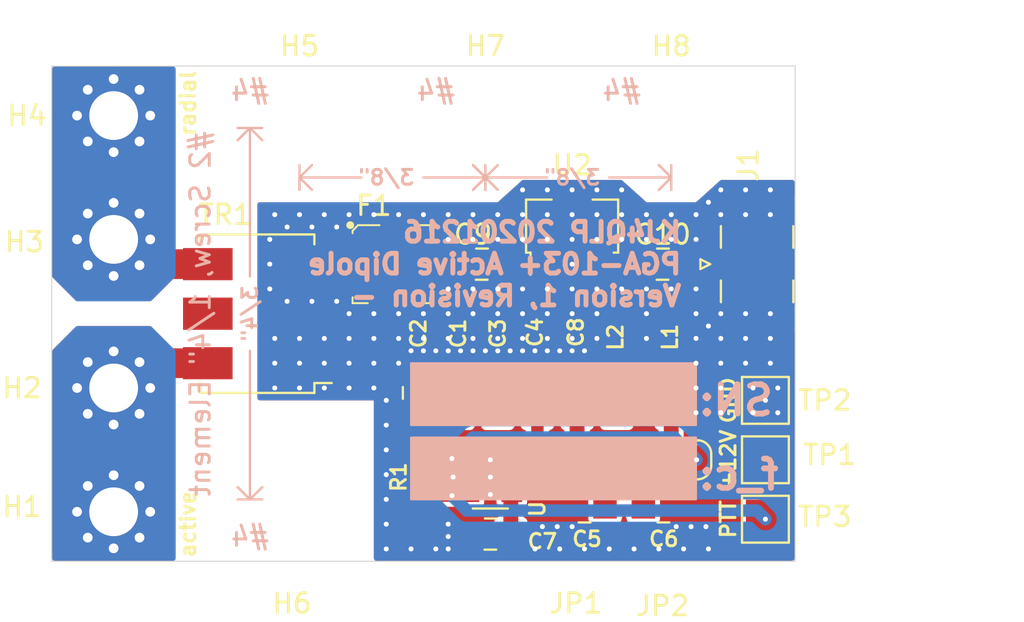
<source format=kicad_pcb>
(kicad_pcb (version 20171130) (host pcbnew 5.1.6-c6e7f7d~87~ubuntu16.04.1)

  (general
    (thickness 1.6)
    (drawings 56)
    (tracks 233)
    (zones 0)
    (modules 31)
    (nets 16)
  )

  (page A4)
  (layers
    (0 F.Cu signal)
    (31 B.Cu signal)
    (32 B.Adhes user)
    (33 F.Adhes user)
    (34 B.Paste user)
    (35 F.Paste user)
    (36 B.SilkS user)
    (37 F.SilkS user)
    (38 B.Mask user)
    (39 F.Mask user)
    (40 Dwgs.User user)
    (41 Cmts.User user)
    (42 Eco1.User user)
    (43 Eco2.User user)
    (44 Edge.Cuts user)
    (45 Margin user)
    (46 B.CrtYd user)
    (47 F.CrtYd user)
    (48 B.Fab user)
    (49 F.Fab user)
  )

  (setup
    (last_trace_width 0.254)
    (user_trace_width 0.254)
    (user_trace_width 0.508)
    (user_trace_width 0.635)
    (user_trace_width 0.762)
    (user_trace_width 1.016)
    (user_trace_width 1.27)
    (user_trace_width 1.524)
    (user_trace_width 1.905)
    (trace_clearance 0.254)
    (zone_clearance 0)
    (zone_45_only no)
    (trace_min 0.254)
    (via_size 0.508)
    (via_drill 0.254)
    (via_min_size 0.508)
    (via_min_drill 0.254)
    (uvia_size 0.508)
    (uvia_drill 0.254)
    (uvias_allowed no)
    (uvia_min_size 0.508)
    (uvia_min_drill 0.254)
    (edge_width 0.05)
    (segment_width 0.2)
    (pcb_text_width 0.3)
    (pcb_text_size 1.5 1.5)
    (mod_edge_width 0.12)
    (mod_text_size 1 1)
    (mod_text_width 0.15)
    (pad_size 1.524 1.524)
    (pad_drill 0.762)
    (pad_to_mask_clearance 0.05)
    (aux_axis_origin 0 0)
    (visible_elements FFFDFF7F)
    (pcbplotparams
      (layerselection 0x010fc_ffffffff)
      (usegerberextensions false)
      (usegerberattributes true)
      (usegerberadvancedattributes true)
      (creategerberjobfile true)
      (excludeedgelayer true)
      (linewidth 0.100000)
      (plotframeref false)
      (viasonmask false)
      (mode 1)
      (useauxorigin false)
      (hpglpennumber 1)
      (hpglpenspeed 20)
      (hpglpendiameter 15.000000)
      (psnegative false)
      (psa4output false)
      (plotreference true)
      (plotvalue true)
      (plotinvisibletext false)
      (padsonsilk false)
      (subtractmaskfromsilk false)
      (outputformat 1)
      (mirror false)
      (drillshape 1)
      (scaleselection 1)
      (outputdirectory ""))
  )

  (net 0 "")
  (net 1 +12V)
  (net 2 GND)
  (net 3 +5V)
  (net 4 "Net-(C5-Pad1)")
  (net 5 "Net-(C7-Pad1)")
  (net 6 "Net-(C8-Pad2)")
  (net 7 "Net-(C9-Pad1)")
  (net 8 "Net-(C9-Pad2)")
  (net 9 "Net-(C10-Pad1)")
  (net 10 "Net-(C10-Pad2)")
  (net 11 "Net-(F1-Pad2)")
  (net 12 "Net-(JP2-Pad2)")
  (net 13 "Net-(R1-Pad2)")
  (net 14 /active)
  (net 15 /radial)

  (net_class Default "This is the default net class."
    (clearance 0.254)
    (trace_width 0.254)
    (via_dia 0.508)
    (via_drill 0.254)
    (uvia_dia 0.508)
    (uvia_drill 0.254)
    (diff_pair_width 0.254)
    (diff_pair_gap 0.254)
    (add_net +12V)
    (add_net +5V)
    (add_net /active)
    (add_net /radial)
    (add_net GND)
    (add_net "Net-(C10-Pad1)")
    (add_net "Net-(C10-Pad2)")
    (add_net "Net-(C5-Pad1)")
    (add_net "Net-(C7-Pad1)")
    (add_net "Net-(C8-Pad2)")
    (add_net "Net-(C9-Pad1)")
    (add_net "Net-(C9-Pad2)")
    (add_net "Net-(F1-Pad2)")
    (add_net "Net-(JP2-Pad2)")
    (add_net "Net-(R1-Pad2)")
  )

  (module TestPoint:TestPoint_Pad_2.0x2.0mm (layer F.Cu) (tedit 5A0F774F) (tstamp 5FDAF29F)
    (at 125.476 99.441)
    (descr "SMD rectangular pad as test Point, square 2.0mm side length")
    (tags "test point SMD pad rectangle square")
    (path /5FC35C20)
    (attr virtual)
    (fp_text reference TP3 (at 3.048 -0.127) (layer F.SilkS)
      (effects (font (size 1 1) (thickness 0.15)))
    )
    (fp_text value PTT (at 0 2.05) (layer F.Fab)
      (effects (font (size 1 1) (thickness 0.15)))
    )
    (fp_line (start -1.2 -1.2) (end 1.2 -1.2) (layer F.SilkS) (width 0.12))
    (fp_line (start 1.2 -1.2) (end 1.2 1.2) (layer F.SilkS) (width 0.12))
    (fp_line (start 1.2 1.2) (end -1.2 1.2) (layer F.SilkS) (width 0.12))
    (fp_line (start -1.2 1.2) (end -1.2 -1.2) (layer F.SilkS) (width 0.12))
    (fp_line (start -1.5 -1.5) (end 1.5 -1.5) (layer F.CrtYd) (width 0.05))
    (fp_line (start -1.5 -1.5) (end -1.5 1.5) (layer F.CrtYd) (width 0.05))
    (fp_line (start 1.5 1.5) (end 1.5 -1.5) (layer F.CrtYd) (width 0.05))
    (fp_line (start 1.5 1.5) (end -1.5 1.5) (layer F.CrtYd) (width 0.05))
    (fp_text user %R (at 0 -2) (layer F.Fab)
      (effects (font (size 1 1) (thickness 0.15)))
    )
    (pad 1 smd rect (at 0 0) (size 2 2) (layers F.Cu F.Mask)
      (net 13 "Net-(R1-Pad2)"))
  )

  (module TestPoint:TestPoint_Pad_2.0x2.0mm (layer F.Cu) (tedit 5A0F774F) (tstamp 5FDB14F7)
    (at 125.476 93.345)
    (descr "SMD rectangular pad as test Point, square 2.0mm side length")
    (tags "test point SMD pad rectangle square")
    (path /5FC2E8F6)
    (attr virtual)
    (fp_text reference TP2 (at 3.048 0) (layer F.SilkS)
      (effects (font (size 1 1) (thickness 0.15)))
    )
    (fp_text value GND (at 0 2.05) (layer F.Fab)
      (effects (font (size 1 1) (thickness 0.15)))
    )
    (fp_line (start -1.2 -1.2) (end 1.2 -1.2) (layer F.SilkS) (width 0.12))
    (fp_line (start 1.2 -1.2) (end 1.2 1.2) (layer F.SilkS) (width 0.12))
    (fp_line (start 1.2 1.2) (end -1.2 1.2) (layer F.SilkS) (width 0.12))
    (fp_line (start -1.2 1.2) (end -1.2 -1.2) (layer F.SilkS) (width 0.12))
    (fp_line (start -1.5 -1.5) (end 1.5 -1.5) (layer F.CrtYd) (width 0.05))
    (fp_line (start -1.5 -1.5) (end -1.5 1.5) (layer F.CrtYd) (width 0.05))
    (fp_line (start 1.5 1.5) (end 1.5 -1.5) (layer F.CrtYd) (width 0.05))
    (fp_line (start 1.5 1.5) (end -1.5 1.5) (layer F.CrtYd) (width 0.05))
    (fp_text user %R (at 0 -2) (layer F.Fab)
      (effects (font (size 1 1) (thickness 0.15)))
    )
    (pad 1 smd rect (at 0 0) (size 2 2) (layers F.Cu F.Mask)
      (net 2 GND))
  )

  (module TestPoint:TestPoint_Pad_2.0x2.0mm (layer F.Cu) (tedit 5A0F774F) (tstamp 5FDB148A)
    (at 125.476 96.393)
    (descr "SMD rectangular pad as test Point, square 2.0mm side length")
    (tags "test point SMD pad rectangle square")
    (path /5FC2D8BE)
    (attr virtual)
    (fp_text reference TP1 (at 3.302 -0.254) (layer F.SilkS)
      (effects (font (size 1 1) (thickness 0.15)))
    )
    (fp_text value +12V (at 0 2.05) (layer F.Fab)
      (effects (font (size 1 1) (thickness 0.15)))
    )
    (fp_line (start -1.2 -1.2) (end 1.2 -1.2) (layer F.SilkS) (width 0.12))
    (fp_line (start 1.2 -1.2) (end 1.2 1.2) (layer F.SilkS) (width 0.12))
    (fp_line (start 1.2 1.2) (end -1.2 1.2) (layer F.SilkS) (width 0.12))
    (fp_line (start -1.2 1.2) (end -1.2 -1.2) (layer F.SilkS) (width 0.12))
    (fp_line (start -1.5 -1.5) (end 1.5 -1.5) (layer F.CrtYd) (width 0.05))
    (fp_line (start -1.5 -1.5) (end -1.5 1.5) (layer F.CrtYd) (width 0.05))
    (fp_line (start 1.5 1.5) (end 1.5 -1.5) (layer F.CrtYd) (width 0.05))
    (fp_line (start 1.5 1.5) (end -1.5 1.5) (layer F.CrtYd) (width 0.05))
    (fp_text user %R (at 0 -2) (layer F.Fab)
      (effects (font (size 1 1) (thickness 0.15)))
    )
    (pad 1 smd rect (at 0 0) (size 2 2) (layers F.Cu F.Mask)
      (net 1 +12V))
  )

  (module MountingHole:MountingHole_3.2mm_M3 (layer F.Cu) (tedit 56D1B4CB) (tstamp 5FDAF5F0)
    (at 120.65 79.375)
    (descr "Mounting Hole 3.2mm, no annular, M3")
    (tags "mounting hole 3.2mm no annular m3")
    (path /5FD0995A)
    (attr virtual)
    (fp_text reference H8 (at 0 -4.191) (layer F.SilkS)
      (effects (font (size 1 1) (thickness 0.15)))
    )
    (fp_text value MountingHole (at 0 4.2) (layer F.Fab)
      (effects (font (size 1 1) (thickness 0.15)))
    )
    (fp_circle (center 0 0) (end 3.2 0) (layer Cmts.User) (width 0.15))
    (fp_circle (center 0 0) (end 3.45 0) (layer F.CrtYd) (width 0.05))
    (fp_text user %R (at 0.3 0) (layer F.Fab)
      (effects (font (size 1 1) (thickness 0.15)))
    )
    (pad 1 np_thru_hole circle (at 0 0) (size 3.2 3.2) (drill 3.2) (layers *.Cu *.Mask))
  )

  (module MountingHole:MountingHole_3.2mm_M3 (layer F.Cu) (tedit 56D1B4CB) (tstamp 5FDAF0DD)
    (at 111.125 79.375)
    (descr "Mounting Hole 3.2mm, no annular, M3")
    (tags "mounting hole 3.2mm no annular m3")
    (path /5FD09655)
    (attr virtual)
    (fp_text reference H7 (at 0 -4.2) (layer F.SilkS)
      (effects (font (size 1 1) (thickness 0.15)))
    )
    (fp_text value MountingHole (at 0 4.2) (layer F.Fab)
      (effects (font (size 1 1) (thickness 0.15)))
    )
    (fp_circle (center 0 0) (end 3.2 0) (layer Cmts.User) (width 0.15))
    (fp_circle (center 0 0) (end 3.45 0) (layer F.CrtYd) (width 0.05))
    (fp_text user %R (at 0.3 0) (layer F.Fab)
      (effects (font (size 1 1) (thickness 0.15)))
    )
    (pad 1 np_thru_hole circle (at 0 0) (size 3.2 3.2) (drill 3.2) (layers *.Cu *.Mask))
  )

  (module MountingHole:MountingHole_3.2mm_M3 (layer F.Cu) (tedit 56D1B4CB) (tstamp 5FDAF347)
    (at 101.6 98.425)
    (descr "Mounting Hole 3.2mm, no annular, M3")
    (tags "mounting hole 3.2mm no annular m3")
    (path /5FD091A8)
    (attr virtual)
    (fp_text reference H6 (at -0.381 5.334) (layer F.SilkS)
      (effects (font (size 1 1) (thickness 0.15)))
    )
    (fp_text value MountingHole (at 0 4.2) (layer F.Fab)
      (effects (font (size 1 1) (thickness 0.15)))
    )
    (fp_circle (center 0 0) (end 3.2 0) (layer Cmts.User) (width 0.15))
    (fp_circle (center 0 0) (end 3.45 0) (layer F.CrtYd) (width 0.05))
    (fp_text user %R (at 0.3 0) (layer F.Fab)
      (effects (font (size 1 1) (thickness 0.15)))
    )
    (pad 1 np_thru_hole circle (at 0 0) (size 3.2 3.2) (drill 3.2) (layers *.Cu *.Mask))
  )

  (module MountingHole:MountingHole_3.2mm_M3 locked (layer F.Cu) (tedit 56D1B4CB) (tstamp 5FDAF200)
    (at 101.6 79.375)
    (descr "Mounting Hole 3.2mm, no annular, M3")
    (tags "mounting hole 3.2mm no annular m3")
    (path /5FD0736D)
    (attr virtual)
    (fp_text reference H5 (at 0 -4.2) (layer F.SilkS)
      (effects (font (size 1 1) (thickness 0.15)))
    )
    (fp_text value MountingHole (at 0 4.2) (layer F.Fab)
      (effects (font (size 1 1) (thickness 0.15)))
    )
    (fp_circle (center 0 0) (end 3.2 0) (layer Cmts.User) (width 0.15))
    (fp_circle (center 0 0) (end 3.45 0) (layer F.CrtYd) (width 0.05))
    (fp_text user %R (at 0.254 -5.715) (layer F.Fab)
      (effects (font (size 1 1) (thickness 0.15)))
    )
    (pad 1 np_thru_hole circle (at 0 0) (size 3.2 3.2) (drill 3.2) (layers *.Cu *.Mask))
  )

  (module MountingHole:MountingHole_2.5mm_Pad_Via (layer F.Cu) (tedit 56DDBAEA) (tstamp 5FDAF436)
    (at 92.075 78.74)
    (descr "Mounting Hole 2.5mm")
    (tags "mounting hole 2.5mm")
    (path /5FCB556C)
    (attr virtual)
    (fp_text reference H4 (at -4.445 0) (layer F.SilkS)
      (effects (font (size 1 1) (thickness 0.15)))
    )
    (fp_text value radial (at 0 3.5) (layer F.Fab)
      (effects (font (size 1 1) (thickness 0.15)))
    )
    (fp_circle (center 0 0) (end 2.5 0) (layer Cmts.User) (width 0.15))
    (fp_circle (center 0 0) (end 2.75 0) (layer F.CrtYd) (width 0.05))
    (fp_text user %R (at -4.445 0) (layer F.Fab)
      (effects (font (size 1 1) (thickness 0.15)))
    )
    (pad 1 thru_hole circle (at 1.325825 -1.325825) (size 0.8 0.8) (drill 0.5) (layers *.Cu *.Mask)
      (net 15 /radial))
    (pad 1 thru_hole circle (at 0 -1.875) (size 0.8 0.8) (drill 0.5) (layers *.Cu *.Mask)
      (net 15 /radial))
    (pad 1 thru_hole circle (at -1.325825 -1.325825) (size 0.8 0.8) (drill 0.5) (layers *.Cu *.Mask)
      (net 15 /radial))
    (pad 1 thru_hole circle (at -1.875 0) (size 0.8 0.8) (drill 0.5) (layers *.Cu *.Mask)
      (net 15 /radial))
    (pad 1 thru_hole circle (at -1.325825 1.325825) (size 0.8 0.8) (drill 0.5) (layers *.Cu *.Mask)
      (net 15 /radial))
    (pad 1 thru_hole circle (at 0 1.875) (size 0.8 0.8) (drill 0.5) (layers *.Cu *.Mask)
      (net 15 /radial))
    (pad 1 thru_hole circle (at 1.325825 1.325825) (size 0.8 0.8) (drill 0.5) (layers *.Cu *.Mask)
      (net 15 /radial))
    (pad 1 thru_hole circle (at 1.875 0) (size 0.8 0.8) (drill 0.5) (layers *.Cu *.Mask)
      (net 15 /radial))
    (pad 1 thru_hole circle (at 0 0) (size 5 5) (drill 2.5) (layers *.Cu *.Mask)
      (net 15 /radial))
  )

  (module MountingHole:MountingHole_2.5mm_Pad_Via (layer F.Cu) (tedit 56DDBAEA) (tstamp 5FDAF21D)
    (at 92.075 85.09)
    (descr "Mounting Hole 2.5mm")
    (tags "mounting hole 2.5mm")
    (path /5FBBEEB4)
    (attr virtual)
    (fp_text reference H3 (at -4.572 0.127) (layer F.SilkS)
      (effects (font (size 1 1) (thickness 0.15)))
    )
    (fp_text value radial (at 0 3.5) (layer F.Fab)
      (effects (font (size 1 1) (thickness 0.15)))
    )
    (fp_circle (center 0 0) (end 2.5 0) (layer Cmts.User) (width 0.15))
    (fp_circle (center 0 0) (end 2.75 0) (layer F.CrtYd) (width 0.05))
    (fp_text user %R (at -4.572 0.127) (layer F.Fab)
      (effects (font (size 1 1) (thickness 0.15)))
    )
    (pad 1 thru_hole circle (at 1.325825 -1.325825) (size 0.8 0.8) (drill 0.5) (layers *.Cu *.Mask)
      (net 15 /radial))
    (pad 1 thru_hole circle (at 0 -1.875) (size 0.8 0.8) (drill 0.5) (layers *.Cu *.Mask)
      (net 15 /radial))
    (pad 1 thru_hole circle (at -1.325825 -1.325825) (size 0.8 0.8) (drill 0.5) (layers *.Cu *.Mask)
      (net 15 /radial))
    (pad 1 thru_hole circle (at -1.875 0) (size 0.8 0.8) (drill 0.5) (layers *.Cu *.Mask)
      (net 15 /radial))
    (pad 1 thru_hole circle (at -1.325825 1.325825) (size 0.8 0.8) (drill 0.5) (layers *.Cu *.Mask)
      (net 15 /radial))
    (pad 1 thru_hole circle (at 0 1.875) (size 0.8 0.8) (drill 0.5) (layers *.Cu *.Mask)
      (net 15 /radial))
    (pad 1 thru_hole circle (at 1.325825 1.325825) (size 0.8 0.8) (drill 0.5) (layers *.Cu *.Mask)
      (net 15 /radial))
    (pad 1 thru_hole circle (at 1.875 0) (size 0.8 0.8) (drill 0.5) (layers *.Cu *.Mask)
      (net 15 /radial))
    (pad 1 thru_hole circle (at 0 0) (size 5 5) (drill 2.5) (layers *.Cu *.Mask)
      (net 15 /radial))
  )

  (module MountingHole:MountingHole_2.5mm_Pad_Via (layer F.Cu) (tedit 56DDBAEA) (tstamp 5FDAF08B)
    (at 92.075 92.71)
    (descr "Mounting Hole 2.5mm")
    (tags "mounting hole 2.5mm")
    (path /5FCB5D03)
    (attr virtual)
    (fp_text reference H2 (at -4.699 0) (layer F.SilkS)
      (effects (font (size 1 1) (thickness 0.15)))
    )
    (fp_text value active (at 0 3.5) (layer F.Fab)
      (effects (font (size 1 1) (thickness 0.15)))
    )
    (fp_circle (center 0 0) (end 2.5 0) (layer Cmts.User) (width 0.15))
    (fp_circle (center 0 0) (end 2.75 0) (layer F.CrtYd) (width 0.05))
    (fp_text user %R (at -4.699 0) (layer F.Fab)
      (effects (font (size 1 1) (thickness 0.15)))
    )
    (pad 1 thru_hole circle (at 1.325825 -1.325825) (size 0.8 0.8) (drill 0.5) (layers *.Cu *.Mask)
      (net 14 /active))
    (pad 1 thru_hole circle (at 0 -1.875) (size 0.8 0.8) (drill 0.5) (layers *.Cu *.Mask)
      (net 14 /active))
    (pad 1 thru_hole circle (at -1.325825 -1.325825) (size 0.8 0.8) (drill 0.5) (layers *.Cu *.Mask)
      (net 14 /active))
    (pad 1 thru_hole circle (at -1.875 0) (size 0.8 0.8) (drill 0.5) (layers *.Cu *.Mask)
      (net 14 /active))
    (pad 1 thru_hole circle (at -1.325825 1.325825) (size 0.8 0.8) (drill 0.5) (layers *.Cu *.Mask)
      (net 14 /active))
    (pad 1 thru_hole circle (at 0 1.875) (size 0.8 0.8) (drill 0.5) (layers *.Cu *.Mask)
      (net 14 /active))
    (pad 1 thru_hole circle (at 1.325825 1.325825) (size 0.8 0.8) (drill 0.5) (layers *.Cu *.Mask)
      (net 14 /active))
    (pad 1 thru_hole circle (at 1.875 0) (size 0.8 0.8) (drill 0.5) (layers *.Cu *.Mask)
      (net 14 /active))
    (pad 1 thru_hole circle (at 0 0) (size 5 5) (drill 2.5) (layers *.Cu *.Mask)
      (net 14 /active))
  )

  (module MountingHole:MountingHole_2.5mm_Pad_Via (layer F.Cu) (tedit 56DDBAEA) (tstamp 5FDAF24A)
    (at 92.075 99.06)
    (descr "Mounting Hole 2.5mm")
    (tags "mounting hole 2.5mm")
    (path /5FBBF9B6)
    (attr virtual)
    (fp_text reference H1 (at -4.699 -0.254) (layer F.SilkS)
      (effects (font (size 1 1) (thickness 0.15)))
    )
    (fp_text value active (at 0 3.5) (layer F.Fab)
      (effects (font (size 1 1) (thickness 0.15)))
    )
    (fp_circle (center 0 0) (end 2.5 0) (layer Cmts.User) (width 0.15))
    (fp_circle (center 0 0) (end 2.75 0) (layer F.CrtYd) (width 0.05))
    (fp_text user %R (at -4.699 -0.254) (layer F.Fab)
      (effects (font (size 1 1) (thickness 0.15)))
    )
    (pad 1 thru_hole circle (at 1.325825 -1.325825) (size 0.8 0.8) (drill 0.5) (layers *.Cu *.Mask)
      (net 14 /active))
    (pad 1 thru_hole circle (at 0 -1.875) (size 0.8 0.8) (drill 0.5) (layers *.Cu *.Mask)
      (net 14 /active))
    (pad 1 thru_hole circle (at -1.325825 -1.325825) (size 0.8 0.8) (drill 0.5) (layers *.Cu *.Mask)
      (net 14 /active))
    (pad 1 thru_hole circle (at -1.875 0) (size 0.8 0.8) (drill 0.5) (layers *.Cu *.Mask)
      (net 14 /active))
    (pad 1 thru_hole circle (at -1.325825 1.325825) (size 0.8 0.8) (drill 0.5) (layers *.Cu *.Mask)
      (net 14 /active))
    (pad 1 thru_hole circle (at 0 1.875) (size 0.8 0.8) (drill 0.5) (layers *.Cu *.Mask)
      (net 14 /active))
    (pad 1 thru_hole circle (at 1.325825 1.325825) (size 0.8 0.8) (drill 0.5) (layers *.Cu *.Mask)
      (net 14 /active))
    (pad 1 thru_hole circle (at 1.875 0) (size 0.8 0.8) (drill 0.5) (layers *.Cu *.Mask)
      (net 14 /active))
    (pad 1 thru_hole circle (at 0 0) (size 5 5) (drill 2.5) (layers *.Cu *.Mask)
      (net 14 /active))
  )

  (module kj4qlp:SM3838-6_3.8mmx3.8mm (layer F.Cu) (tedit 5FC724D2) (tstamp 5FDAF370)
    (at 106.299 86.36)
    (descr http://pdfserv.maximintegrated.com/package_dwgs/21-0382.PDF)
    (path /5FBCF1DD)
    (attr smd)
    (fp_text reference F1 (at -0.889 -3) (layer F.SilkS)
      (effects (font (size 1 1) (thickness 0.15)))
    )
    (fp_text value SAW_Filter (at 0 3.5) (layer F.Fab)
      (effects (font (size 1 1) (thickness 0.15)))
    )
    (fp_circle (center -2.1 -2) (end -2 -2) (layer F.SilkS) (width 0.2))
    (fp_line (start 2.5 2.3) (end 2.5 -2.3) (layer F.CrtYd) (width 0.05))
    (fp_line (start -2.5 -2.3) (end -2.5 2.3) (layer F.CrtYd) (width 0.05))
    (fp_line (start -2.5 2.3) (end 2.5 2.3) (layer F.CrtYd) (width 0.05))
    (fp_line (start -2.5 -2.3) (end 2.5 -2.3) (layer F.CrtYd) (width 0.05))
    (fp_line (start -1.98 1.7) (end -1.98 2) (layer F.SilkS) (width 0.1))
    (fp_line (start -1.98 2) (end -1.2 2) (layer F.SilkS) (width 0.1))
    (fp_line (start 2 1.7) (end 2 2) (layer F.SilkS) (width 0.1))
    (fp_line (start 2 2) (end 1.2 2) (layer F.SilkS) (width 0.1))
    (fp_line (start 1.2 -2) (end 2 -2) (layer F.SilkS) (width 0.1))
    (fp_line (start 2 -2) (end 2 -1.7) (layer F.SilkS) (width 0.1))
    (fp_line (start -1.7 -2) (end -1.98 -1.71) (layer F.SilkS) (width 0.1))
    (fp_line (start -1.98 -1.71) (end -1.98 -1.59) (layer F.SilkS) (width 0.1))
    (fp_line (start -0.6 -2) (end -1.7 -2) (layer F.SilkS) (width 0.1))
    (fp_line (start -1.9 1.9) (end -1.9 -1.9) (layer F.Fab) (width 0.1))
    (fp_line (start 1.9 -1.9) (end -1.9 -1.9) (layer F.Fab) (width 0.1))
    (fp_line (start 1.9 -1.9) (end 1.9 1.9) (layer F.Fab) (width 0.1))
    (fp_line (start -1.9 1.9) (end 1.9 1.9) (layer F.Fab) (width 0.1))
    (pad 6 smd rect (at 1.54 -1.27) (size 1.4 0.74) (layers F.Cu F.Paste F.Mask)
      (net 2 GND))
    (pad 5 smd rect (at 1.54 0) (size 1.4 0.74) (layers F.Cu F.Paste F.Mask)
      (net 8 "Net-(C9-Pad2)"))
    (pad 4 smd rect (at 1.54 1.27) (size 1.4 0.74) (layers F.Cu F.Paste F.Mask)
      (net 2 GND))
    (pad 3 smd rect (at -1.54 1.27) (size 1.4 0.74) (layers F.Cu F.Paste F.Mask)
      (net 2 GND))
    (pad 1 smd rect (at -1.08 -1.27) (size 2.3 0.74) (layers F.Cu F.Paste F.Mask)
      (net 2 GND))
    (pad 2 smd rect (at -1.54 0) (size 1.4 0.74) (layers F.Cu F.Paste F.Mask)
      (net 11 "Net-(F1-Pad2)"))
  )

  (module minicircuits_footprints:Mini-Circuits_CD542_H2.84mm (layer F.Cu) (tedit 5A365E23) (tstamp 5FDB0094)
    (at 99.441 88.9 180)
    (descr https://ww2.minicircuits.com/case_style/CD542.pdf)
    (tags "RF Transformer")
    (path /5FBC0720)
    (attr smd)
    (fp_text reference TR1 (at 1.651 5.08) (layer F.SilkS)
      (effects (font (size 1 1) (thickness 0.15)))
    )
    (fp_text value ADT1.5-122 (at 0 5.08) (layer F.Fab)
      (effects (font (size 1 1) (thickness 0.15)))
    )
    (fp_line (start 2.794 -3.937) (end 2.794 3.937) (layer F.Fab) (width 0.1))
    (fp_line (start 2.794 3.937) (end -2.794 3.937) (layer F.Fab) (width 0.1))
    (fp_line (start -2.794 3.937) (end -2.794 -2.937) (layer F.Fab) (width 0.1))
    (fp_line (start -1.794 -3.937) (end 2.794 -3.937) (layer F.Fab) (width 0.1))
    (fp_line (start -1.794 -3.937) (end -2.794 -2.937) (layer F.Fab) (width 0.1))
    (fp_line (start 2.921 -3.556) (end 2.921 -4.064) (layer F.SilkS) (width 0.12))
    (fp_line (start 2.921 -4.064) (end -2.921 -4.064) (layer F.SilkS) (width 0.12))
    (fp_line (start -2.921 -4.064) (end -2.921 -3.556) (layer F.SilkS) (width 0.12))
    (fp_line (start -2.921 -3.556) (end -3.81 -3.556) (layer F.SilkS) (width 0.12))
    (fp_line (start -2.921 3.556) (end -2.921 4.064) (layer F.SilkS) (width 0.12))
    (fp_line (start -2.921 4.064) (end 2.921 4.064) (layer F.SilkS) (width 0.12))
    (fp_line (start 2.921 4.064) (end 2.921 3.556) (layer F.SilkS) (width 0.12))
    (fp_line (start -4.06 4.32) (end -4.06 -4.32) (layer F.CrtYd) (width 0.05))
    (fp_line (start 4.06 4.32) (end 4.06 -4.32) (layer F.CrtYd) (width 0.05))
    (fp_line (start 4.06 4.32) (end -4.06 4.32) (layer F.CrtYd) (width 0.05))
    (fp_line (start 4.06 -4.32) (end -4.06 -4.32) (layer F.CrtYd) (width 0.05))
    (fp_text user %R (at 0 0 90) (layer F.Fab)
      (effects (font (size 1 1) (thickness 0.15)))
    )
    (pad 6 smd rect (at 2.54 -2.54 180) (size 2.54 1.65) (layers F.Cu F.Paste F.Mask)
      (net 14 /active))
    (pad 5 smd rect (at 2.54 0 180) (size 2.54 1.65) (layers F.Cu F.Paste F.Mask))
    (pad 4 smd rect (at 2.54 2.54 180) (size 2.54 1.65) (layers F.Cu F.Paste F.Mask)
      (net 15 /radial))
    (pad 3 smd rect (at -2.54 2.54 180) (size 2.54 1.65) (layers F.Cu F.Paste F.Mask)
      (net 11 "Net-(F1-Pad2)"))
    (pad 2 smd rect (at -2.54 0 180) (size 2.54 1.65) (layers F.Cu F.Paste F.Mask)
      (net 2 GND))
    (pad 1 smd rect (at -2.54 -2.54 180) (size 2.54 1.65) (layers F.Cu F.Paste F.Mask)
      (net 2 GND))
    (model ${KISYS3DMOD}/RF_Mini-Circuits.3dshapes/Mini-Circuits_CD542_H2.84mm.wrl
      (at (xyz 0 0 0))
      (scale (xyz 1 1 1))
      (rotate (xyz 0 0 0))
    )
  )

  (module Package_TO_SOT_SMD:SOT-89-3 (layer F.Cu) (tedit 5C33D6E8) (tstamp 5FDAF4D7)
    (at 115.57 84.709 90)
    (descr "SOT-89-3, http://ww1.microchip.com/downloads/en/DeviceDoc/3L_SOT-89_MB_C04-029C.pdf")
    (tags SOT-89-3)
    (path /5FBB5421)
    (attr smd)
    (fp_text reference U2 (at 3.429 0 180) (layer F.SilkS)
      (effects (font (size 1 1) (thickness 0.15)))
    )
    (fp_text value PGA-103 (at 0.3 3.5 90) (layer F.Fab)
      (effects (font (size 1 1) (thickness 0.15)))
    )
    (fp_line (start 1.66 1.05) (end 1.66 2.36) (layer F.SilkS) (width 0.12))
    (fp_line (start 1.66 2.36) (end -1.06 2.36) (layer F.SilkS) (width 0.12))
    (fp_line (start -2.2 -2.13) (end -1.06 -2.13) (layer F.SilkS) (width 0.12))
    (fp_line (start 1.66 -2.36) (end 1.66 -1.05) (layer F.SilkS) (width 0.12))
    (fp_line (start -0.95 -1.25) (end 0.05 -2.25) (layer F.Fab) (width 0.1))
    (fp_line (start 1.55 -2.25) (end 1.55 2.25) (layer F.Fab) (width 0.1))
    (fp_line (start 1.55 2.25) (end -0.95 2.25) (layer F.Fab) (width 0.1))
    (fp_line (start -0.95 2.25) (end -0.95 -1.25) (layer F.Fab) (width 0.1))
    (fp_line (start 0.05 -2.25) (end 1.55 -2.25) (layer F.Fab) (width 0.1))
    (fp_line (start 2.55 -2.5) (end 2.55 2.5) (layer F.CrtYd) (width 0.05))
    (fp_line (start 2.55 -2.5) (end -2.55 -2.5) (layer F.CrtYd) (width 0.05))
    (fp_line (start -2.55 2.5) (end 2.55 2.5) (layer F.CrtYd) (width 0.05))
    (fp_line (start -2.55 2.5) (end -2.55 -2.5) (layer F.CrtYd) (width 0.05))
    (fp_line (start -1.06 -2.36) (end 1.66 -2.36) (layer F.SilkS) (width 0.12))
    (fp_line (start -1.06 -2.36) (end -1.06 -2.13) (layer F.SilkS) (width 0.12))
    (fp_line (start -1.06 2.36) (end -1.06 2.13) (layer F.SilkS) (width 0.12))
    (fp_text user %R (at 0.5 0) (layer F.Fab)
      (effects (font (size 1 1) (thickness 0.15)))
    )
    (pad 2 smd custom (at -1.5625 0 90) (size 1.475 0.9) (layers F.Cu F.Paste F.Mask)
      (net 2 GND) (zone_connect 2)
      (options (clearance outline) (anchor rect))
      (primitives
        (gr_poly (pts
           (xy 0.7375 -0.8665) (xy 3.8625 -0.8665) (xy 3.8625 0.8665) (xy 0.7375 0.8665)) (width 0))
      ))
    (pad 3 smd rect (at -1.65 1.5 90) (size 1.3 0.9) (layers F.Cu F.Paste F.Mask)
      (net 10 "Net-(C10-Pad2)"))
    (pad 1 smd rect (at -1.65 -1.5 90) (size 1.3 0.9) (layers F.Cu F.Paste F.Mask)
      (net 7 "Net-(C9-Pad1)"))
    (model ${KISYS3DMOD}/Package_TO_SOT_SMD.3dshapes/SOT-89-3.wrl
      (at (xyz 0 0 0))
      (scale (xyz 1 1 1))
      (rotate (xyz 0 0 0))
    )
  )

  (module Package_TO_SOT_SMD:SOT-23-5 (layer F.Cu) (tedit 5A02FF57) (tstamp 5FDB0A36)
    (at 111.379 97.282)
    (descr "5-pin SOT23 package")
    (tags SOT-23-5)
    (path /5FBB924A)
    (attr smd)
    (fp_text reference U1 (at 2.413 1.27 270) (layer F.SilkS)
      (effects (font (size 0.762 0.762) (thickness 0.15)))
    )
    (fp_text value SPX3819M5-L-5-0 (at 0 2.9) (layer F.Fab)
      (effects (font (size 1 1) (thickness 0.15)))
    )
    (fp_line (start -0.9 1.61) (end 0.9 1.61) (layer F.SilkS) (width 0.12))
    (fp_line (start 0.9 -1.61) (end -1.55 -1.61) (layer F.SilkS) (width 0.12))
    (fp_line (start -1.9 -1.8) (end 1.9 -1.8) (layer F.CrtYd) (width 0.05))
    (fp_line (start 1.9 -1.8) (end 1.9 1.8) (layer F.CrtYd) (width 0.05))
    (fp_line (start 1.9 1.8) (end -1.9 1.8) (layer F.CrtYd) (width 0.05))
    (fp_line (start -1.9 1.8) (end -1.9 -1.8) (layer F.CrtYd) (width 0.05))
    (fp_line (start -0.9 -0.9) (end -0.25 -1.55) (layer F.Fab) (width 0.1))
    (fp_line (start 0.9 -1.55) (end -0.25 -1.55) (layer F.Fab) (width 0.1))
    (fp_line (start -0.9 -0.9) (end -0.9 1.55) (layer F.Fab) (width 0.1))
    (fp_line (start 0.9 1.55) (end -0.9 1.55) (layer F.Fab) (width 0.1))
    (fp_line (start 0.9 -1.55) (end 0.9 1.55) (layer F.Fab) (width 0.1))
    (fp_text user %R (at 0 0.6985 90) (layer F.Fab)
      (effects (font (size 0.5 0.5) (thickness 0.075)))
    )
    (pad 5 smd rect (at 1.1 -0.95) (size 1.06 0.65) (layers F.Cu F.Paste F.Mask)
      (net 3 +5V))
    (pad 4 smd rect (at 1.1 0.95) (size 1.06 0.65) (layers F.Cu F.Paste F.Mask)
      (net 5 "Net-(C7-Pad1)"))
    (pad 3 smd rect (at -1.1 0.95) (size 1.06 0.65) (layers F.Cu F.Paste F.Mask)
      (net 13 "Net-(R1-Pad2)"))
    (pad 2 smd rect (at -1.1 0) (size 1.06 0.65) (layers F.Cu F.Paste F.Mask)
      (net 2 GND))
    (pad 1 smd rect (at -1.1 -0.95) (size 1.06 0.65) (layers F.Cu F.Paste F.Mask)
      (net 1 +12V))
    (model ${KISYS3DMOD}/Package_TO_SOT_SMD.3dshapes/SOT-23-5.wrl
      (at (xyz 0 0 0))
      (scale (xyz 1 1 1))
      (rotate (xyz 0 0 0))
    )
  )

  (module digikey-footprints:0805 (layer F.Cu) (tedit 5D288D36) (tstamp 5FDAF3B5)
    (at 108.204 97.282 270)
    (path /5FBE6638)
    (attr smd)
    (fp_text reference R1 (at 0 1.524 90) (layer F.SilkS)
      (effects (font (size 0.762 0.762) (thickness 0.15)))
    )
    (fp_text value 100k (at 0 1.95 90) (layer F.Fab)
      (effects (font (size 1 1) (thickness 0.15)))
    )
    (fp_line (start -1.9 0.93) (end 1.9 0.93) (layer F.CrtYd) (width 0.05))
    (fp_line (start -1.9 -0.93) (end 1.9 -0.93) (layer F.CrtYd) (width 0.05))
    (fp_line (start 1.9 0.93) (end 1.9 -0.93) (layer F.CrtYd) (width 0.05))
    (fp_line (start -1.9 0.93) (end -1.9 -0.93) (layer F.CrtYd) (width 0.05))
    (fp_line (start -0.32 0.8) (end 0.28 0.8) (layer F.SilkS) (width 0.12))
    (fp_line (start -0.3 -0.8) (end 0.3 -0.8) (layer F.SilkS) (width 0.12))
    (fp_line (start -0.95 0.68) (end 0.95 0.68) (layer F.Fab) (width 0.12))
    (fp_line (start -0.95 -0.68) (end 0.95 -0.68) (layer F.Fab) (width 0.12))
    (fp_line (start 0.95 -0.675) (end 0.95 0.675) (layer F.Fab) (width 0.12))
    (fp_line (start -0.95 -0.675) (end -0.95 0.675) (layer F.Fab) (width 0.12))
    (pad 1 smd rect (at -1.05 0 270) (size 1.2 1.2) (layers F.Cu F.Paste F.Mask)
      (net 1 +12V))
    (pad 2 smd rect (at 1.05 0 270) (size 1.2 1.2) (layers F.Cu F.Paste F.Mask)
      (net 13 "Net-(R1-Pad2)"))
  )

  (module digikey-footprints:0805 (layer F.Cu) (tedit 5D288D36) (tstamp 5FDAF154)
    (at 117.856 92.964 90)
    (path /5FBDCE41)
    (attr smd)
    (fp_text reference L2 (at 2.8575 -0.0635 90) (layer F.SilkS)
      (effects (font (size 0.762 0.762) (thickness 0.15)))
    )
    (fp_text value 27nH (at 0 1.95 90) (layer F.Fab)
      (effects (font (size 1 1) (thickness 0.15)))
    )
    (fp_line (start -1.9 0.93) (end 1.9 0.93) (layer F.CrtYd) (width 0.05))
    (fp_line (start -1.9 -0.93) (end 1.9 -0.93) (layer F.CrtYd) (width 0.05))
    (fp_line (start 1.9 0.93) (end 1.9 -0.93) (layer F.CrtYd) (width 0.05))
    (fp_line (start -1.9 0.93) (end -1.9 -0.93) (layer F.CrtYd) (width 0.05))
    (fp_line (start -0.32 0.8) (end 0.28 0.8) (layer F.SilkS) (width 0.12))
    (fp_line (start -0.3 -0.8) (end 0.3 -0.8) (layer F.SilkS) (width 0.12))
    (fp_line (start -0.95 0.68) (end 0.95 0.68) (layer F.Fab) (width 0.12))
    (fp_line (start -0.95 -0.68) (end 0.95 -0.68) (layer F.Fab) (width 0.12))
    (fp_line (start 0.95 -0.675) (end 0.95 0.675) (layer F.Fab) (width 0.12))
    (fp_line (start -0.95 -0.675) (end -0.95 0.675) (layer F.Fab) (width 0.12))
    (pad 1 smd rect (at -1.05 0 90) (size 1.2 1.2) (layers F.Cu F.Paste F.Mask)
      (net 6 "Net-(C8-Pad2)"))
    (pad 2 smd rect (at 1.05 0 90) (size 1.2 1.2) (layers F.Cu F.Paste F.Mask)
      (net 10 "Net-(C10-Pad2)"))
  )

  (module digikey-footprints:0805 (layer F.Cu) (tedit 5D288D36) (tstamp 5FDAF0FA)
    (at 120.65 92.964 90)
    (path /5FBDB12F)
    (attr smd)
    (fp_text reference L1 (at 2.8575 -0.0635 90) (layer F.SilkS)
      (effects (font (size 0.762 0.762) (thickness 0.15)))
    )
    (fp_text value 27nH (at 0 1.95 90) (layer F.Fab)
      (effects (font (size 1 1) (thickness 0.15)))
    )
    (fp_line (start -1.9 0.93) (end 1.9 0.93) (layer F.CrtYd) (width 0.05))
    (fp_line (start -1.9 -0.93) (end 1.9 -0.93) (layer F.CrtYd) (width 0.05))
    (fp_line (start 1.9 0.93) (end 1.9 -0.93) (layer F.CrtYd) (width 0.05))
    (fp_line (start -1.9 0.93) (end -1.9 -0.93) (layer F.CrtYd) (width 0.05))
    (fp_line (start -0.32 0.8) (end 0.28 0.8) (layer F.SilkS) (width 0.12))
    (fp_line (start -0.3 -0.8) (end 0.3 -0.8) (layer F.SilkS) (width 0.12))
    (fp_line (start -0.95 0.68) (end 0.95 0.68) (layer F.Fab) (width 0.12))
    (fp_line (start -0.95 -0.68) (end 0.95 -0.68) (layer F.Fab) (width 0.12))
    (fp_line (start 0.95 -0.675) (end 0.95 0.675) (layer F.Fab) (width 0.12))
    (fp_line (start -0.95 -0.675) (end -0.95 0.675) (layer F.Fab) (width 0.12))
    (pad 1 smd rect (at -1.05 0 90) (size 1.2 1.2) (layers F.Cu F.Paste F.Mask)
      (net 12 "Net-(JP2-Pad2)"))
    (pad 2 smd rect (at 1.05 0 90) (size 1.2 1.2) (layers F.Cu F.Paste F.Mask)
      (net 9 "Net-(C10-Pad1)"))
  )

  (module Jumper:SolderJumper-3_P1.3mm_Open_RoundedPad1.0x1.5mm (layer F.Cu) (tedit 5B391EB7) (tstamp 5FDAF469)
    (at 120.65 96.393)
    (descr "SMD Solder 3-pad Jumper, 1x1.5mm rounded Pads, 0.3mm gap, open")
    (tags "solder jumper open")
    (path /5FBF7C6A)
    (attr virtual)
    (fp_text reference JP2 (at -0.4445 7.493) (layer F.SilkS)
      (effects (font (size 1 1) (thickness 0.15)))
    )
    (fp_text value bias-tee (at 0 1.9) (layer F.Fab)
      (effects (font (size 1 1) (thickness 0.15)))
    )
    (fp_line (start -1.2 1.2) (end -0.9 1.5) (layer F.SilkS) (width 0.12))
    (fp_line (start -1.5 1.5) (end -0.9 1.5) (layer F.SilkS) (width 0.12))
    (fp_line (start -1.2 1.2) (end -1.5 1.5) (layer F.SilkS) (width 0.12))
    (fp_line (start -2.05 0.3) (end -2.05 -0.3) (layer F.SilkS) (width 0.12))
    (fp_line (start 1.4 1) (end -1.4 1) (layer F.SilkS) (width 0.12))
    (fp_line (start 2.05 -0.3) (end 2.05 0.3) (layer F.SilkS) (width 0.12))
    (fp_line (start -1.4 -1) (end 1.4 -1) (layer F.SilkS) (width 0.12))
    (fp_line (start -2.3 -1.25) (end 2.3 -1.25) (layer F.CrtYd) (width 0.05))
    (fp_line (start -2.3 -1.25) (end -2.3 1.25) (layer F.CrtYd) (width 0.05))
    (fp_line (start 2.3 1.25) (end 2.3 -1.25) (layer F.CrtYd) (width 0.05))
    (fp_line (start 2.3 1.25) (end -2.3 1.25) (layer F.CrtYd) (width 0.05))
    (fp_arc (start -1.35 -0.3) (end -1.35 -1) (angle -90) (layer F.SilkS) (width 0.12))
    (fp_arc (start -1.35 0.3) (end -2.05 0.3) (angle -90) (layer F.SilkS) (width 0.12))
    (fp_arc (start 1.35 0.3) (end 1.35 1) (angle -90) (layer F.SilkS) (width 0.12))
    (fp_arc (start 1.35 -0.3) (end 2.05 -0.3) (angle -90) (layer F.SilkS) (width 0.12))
    (pad 2 smd rect (at 0 0) (size 1 1.5) (layers F.Cu F.Mask)
      (net 12 "Net-(JP2-Pad2)"))
    (pad 3 smd custom (at 1.3 0) (size 1 0.5) (layers F.Cu F.Mask)
      (net 1 +12V) (zone_connect 2)
      (options (clearance outline) (anchor rect))
      (primitives
        (gr_circle (center 0 0.25) (end 0.5 0.25) (width 0))
        (gr_circle (center 0 -0.25) (end 0.5 -0.25) (width 0))
        (gr_poly (pts
           (xy -0.55 -0.75) (xy 0 -0.75) (xy 0 0.75) (xy -0.55 0.75)) (width 0))
      ))
    (pad 1 smd custom (at -1.3 0) (size 1 0.5) (layers F.Cu F.Mask)
      (net 4 "Net-(C5-Pad1)") (zone_connect 2)
      (options (clearance outline) (anchor rect))
      (primitives
        (gr_circle (center 0 0.25) (end 0.5 0.25) (width 0))
        (gr_circle (center 0 -0.25) (end 0.5 -0.25) (width 0))
        (gr_poly (pts
           (xy 0.55 -0.75) (xy 0 -0.75) (xy 0 0.75) (xy 0.55 0.75)) (width 0))
      ))
  )

  (module Jumper:SolderJumper-3_P1.3mm_Open_RoundedPad1.0x1.5mm (layer F.Cu) (tedit 5B391EB7) (tstamp 5FDAF30A)
    (at 115.824 96.393)
    (descr "SMD Solder 3-pad Jumper, 1x1.5mm rounded Pads, 0.3mm gap, open")
    (tags "solder jumper open")
    (path /5FBFA808)
    (attr virtual)
    (fp_text reference JP1 (at -0.0635 7.366) (layer F.SilkS)
      (effects (font (size 1 1) (thickness 0.15)))
    )
    (fp_text value bias-tee (at 0 1.9) (layer F.Fab)
      (effects (font (size 1 1) (thickness 0.15)))
    )
    (fp_line (start -1.2 1.2) (end -0.9 1.5) (layer F.SilkS) (width 0.12))
    (fp_line (start -1.5 1.5) (end -0.9 1.5) (layer F.SilkS) (width 0.12))
    (fp_line (start -1.2 1.2) (end -1.5 1.5) (layer F.SilkS) (width 0.12))
    (fp_line (start -2.05 0.3) (end -2.05 -0.3) (layer F.SilkS) (width 0.12))
    (fp_line (start 1.4 1) (end -1.4 1) (layer F.SilkS) (width 0.12))
    (fp_line (start 2.05 -0.3) (end 2.05 0.3) (layer F.SilkS) (width 0.12))
    (fp_line (start -1.4 -1) (end 1.4 -1) (layer F.SilkS) (width 0.12))
    (fp_line (start -2.3 -1.25) (end 2.3 -1.25) (layer F.CrtYd) (width 0.05))
    (fp_line (start -2.3 -1.25) (end -2.3 1.25) (layer F.CrtYd) (width 0.05))
    (fp_line (start 2.3 1.25) (end 2.3 -1.25) (layer F.CrtYd) (width 0.05))
    (fp_line (start 2.3 1.25) (end -2.3 1.25) (layer F.CrtYd) (width 0.05))
    (fp_arc (start -1.35 -0.3) (end -1.35 -1) (angle -90) (layer F.SilkS) (width 0.12))
    (fp_arc (start -1.35 0.3) (end -2.05 0.3) (angle -90) (layer F.SilkS) (width 0.12))
    (fp_arc (start 1.35 0.3) (end 1.35 1) (angle -90) (layer F.SilkS) (width 0.12))
    (fp_arc (start 1.35 -0.3) (end 2.05 -0.3) (angle -90) (layer F.SilkS) (width 0.12))
    (pad 2 smd rect (at 0 0) (size 1 1.5) (layers F.Cu F.Mask)
      (net 6 "Net-(C8-Pad2)"))
    (pad 3 smd custom (at 1.3 0) (size 1 0.5) (layers F.Cu F.Mask)
      (net 4 "Net-(C5-Pad1)") (zone_connect 2)
      (options (clearance outline) (anchor rect))
      (primitives
        (gr_circle (center 0 0.25) (end 0.5 0.25) (width 0))
        (gr_circle (center 0 -0.25) (end 0.5 -0.25) (width 0))
        (gr_poly (pts
           (xy -0.55 -0.75) (xy 0 -0.75) (xy 0 0.75) (xy -0.55 0.75)) (width 0))
      ))
    (pad 1 smd custom (at -1.3 0) (size 1 0.5) (layers F.Cu F.Mask)
      (net 3 +5V) (zone_connect 2)
      (options (clearance outline) (anchor rect))
      (primitives
        (gr_circle (center 0 0.25) (end 0.5 0.25) (width 0))
        (gr_circle (center 0 -0.25) (end 0.5 -0.25) (width 0))
        (gr_poly (pts
           (xy 0.55 -0.75) (xy 0 -0.75) (xy 0 0.75) (xy 0.55 0.75)) (width 0))
      ))
  )

  (module Connector_Coaxial:SMA_Samtec_SMA-J-P-X-ST-EM1_EdgeMount (layer F.Cu) (tedit 5DAA3454) (tstamp 5FDAE3D7)
    (at 124.9045 86.36 90)
    (descr "Connector SMA, 0Hz to 20GHz, 50Ohm, Edge Mount (http://suddendocs.samtec.com/prints/sma-j-p-x-st-em1-mkt.pdf)")
    (tags "SMA Straight Samtec Edge Mount")
    (path /5FBBD8F7)
    (attr smd)
    (fp_text reference J1 (at 5.08 -0.308 90) (layer F.SilkS)
      (effects (font (size 1 1) (thickness 0.15)))
    )
    (fp_text value "RF OUT" (at 0 13 90) (layer F.Fab)
      (effects (font (size 1 1) (thickness 0.15)))
    )
    (fp_line (start -0.25 -2.76) (end 0 -2.26) (layer F.SilkS) (width 0.12))
    (fp_line (start 0.25 -2.76) (end -0.25 -2.76) (layer F.SilkS) (width 0.12))
    (fp_line (start 0 -2.26) (end 0.25 -2.76) (layer F.SilkS) (width 0.12))
    (fp_line (start 0 3.1) (end -0.64 2.1) (layer F.Fab) (width 0.1))
    (fp_line (start 0.64 2.1) (end 0 3.1) (layer F.Fab) (width 0.1))
    (fp_line (start 4 2.6) (end 4 -2.6) (layer F.CrtYd) (width 0.05))
    (fp_line (start 3.68 12.12) (end -3.68 12.12) (layer F.CrtYd) (width 0.05))
    (fp_line (start -4 2.6) (end -4 -2.6) (layer F.CrtYd) (width 0.05))
    (fp_line (start -4 -2.6) (end 4 -2.6) (layer F.CrtYd) (width 0.05))
    (fp_line (start 4 2.6) (end 4 -2.6) (layer B.CrtYd) (width 0.05))
    (fp_line (start 3.68 12.12) (end -3.68 12.12) (layer B.CrtYd) (width 0.05))
    (fp_line (start -4 2.6) (end -4 -2.6) (layer B.CrtYd) (width 0.05))
    (fp_line (start -4 -2.6) (end 4 -2.6) (layer B.CrtYd) (width 0.05))
    (fp_line (start 3.165 11.62) (end -3.165 11.62) (layer F.Fab) (width 0.1))
    (fp_line (start 3.175 -1.71) (end 3.175 11.62) (layer F.Fab) (width 0.1))
    (fp_line (start 3.175 -1.71) (end 2.365 -1.71) (layer F.Fab) (width 0.1))
    (fp_line (start 2.365 -1.71) (end 2.365 2.1) (layer F.Fab) (width 0.1))
    (fp_line (start 2.365 2.1) (end -2.365 2.1) (layer F.Fab) (width 0.1))
    (fp_line (start -2.365 2.1) (end -2.365 -1.71) (layer F.Fab) (width 0.1))
    (fp_line (start -2.365 -1.71) (end -3.175 -1.71) (layer F.Fab) (width 0.1))
    (fp_line (start -3.175 -1.71) (end -3.175 11.62) (layer F.Fab) (width 0.1))
    (fp_line (start 4.1 2.1) (end -4.1 2.1) (layer Dwgs.User) (width 0.1))
    (fp_line (start -3.68 2.6) (end -4 2.6) (layer F.CrtYd) (width 0.05))
    (fp_line (start -3.68 12.12) (end -3.68 2.6) (layer F.CrtYd) (width 0.05))
    (fp_line (start 3.68 2.6) (end 4 2.6) (layer F.CrtYd) (width 0.05))
    (fp_line (start 3.68 2.6) (end 3.68 12.12) (layer F.CrtYd) (width 0.05))
    (fp_line (start -3.68 2.6) (end -4 2.6) (layer B.CrtYd) (width 0.05))
    (fp_line (start -3.68 12.12) (end -3.68 2.6) (layer B.CrtYd) (width 0.05))
    (fp_line (start 4 2.6) (end 3.68 2.6) (layer B.CrtYd) (width 0.05))
    (fp_line (start 3.68 2.6) (end 3.68 12.12) (layer B.CrtYd) (width 0.05))
    (fp_line (start -1.95 2) (end -0.84 2) (layer F.SilkS) (width 0.12))
    (fp_line (start 0.84 2) (end 1.95 2) (layer F.SilkS) (width 0.12))
    (fp_line (start -1.95 -1.71) (end -0.84 -1.71) (layer F.SilkS) (width 0.12))
    (fp_line (start 0.84 -1.71) (end 1.95 -1.71) (layer F.SilkS) (width 0.12))
    (fp_text user "Board Thickness: 1.57mm" (at 0 8.328 90) (layer Cmts.User)
      (effects (font (size 1 1) (thickness 0.15)))
    )
    (fp_text user "PCB Edge" (at 0 2.6 90) (layer Dwgs.User)
      (effects (font (size 0.5 0.5) (thickness 0.1)))
    )
    (fp_text user %R (at 0 4.79 270) (layer F.Fab)
      (effects (font (size 1 1) (thickness 0.15)))
    )
    (pad 1 smd rect (at 0 0.2 90) (size 1.27 3.6) (layers F.Cu F.Paste F.Mask)
      (net 9 "Net-(C10-Pad1)"))
    (pad 2 smd rect (at 2.825 0 90) (size 1.35 4.2) (layers F.Cu F.Paste F.Mask)
      (net 2 GND))
    (pad 2 smd rect (at -2.825 0 90) (size 1.35 4.2) (layers F.Cu F.Paste F.Mask)
      (net 2 GND))
    (pad 2 smd rect (at 2.825 0 90) (size 1.35 4.2) (layers B.Cu B.Paste B.Mask)
      (net 2 GND))
    (pad 2 smd rect (at -2.825 0 90) (size 1.35 4.2) (layers B.Cu B.Paste B.Mask)
      (net 2 GND))
    (model ${KISYS3DMOD}/Connector_Coaxial.3dshapes/SMA_Samtec_SMA-J-P-X-ST-EM1_EdgeMount.wrl
      (at (xyz 0 0 0))
      (scale (xyz 1 1 1))
      (rotate (xyz 0 0 0))
    )
  )

  (module digikey-footprints:0805 (layer F.Cu) (tedit 5D288D36) (tstamp 5FDAF127)
    (at 120.2055 86.36 180)
    (path /5FBD892F)
    (attr smd)
    (fp_text reference C10 (at 0 1.524) (layer F.SilkS)
      (effects (font (size 1 1) (thickness 0.15)))
    )
    (fp_text value 18pF (at 0 1.95) (layer F.Fab)
      (effects (font (size 1 1) (thickness 0.15)))
    )
    (fp_line (start -1.9 0.93) (end 1.9 0.93) (layer F.CrtYd) (width 0.05))
    (fp_line (start -1.9 -0.93) (end 1.9 -0.93) (layer F.CrtYd) (width 0.05))
    (fp_line (start 1.9 0.93) (end 1.9 -0.93) (layer F.CrtYd) (width 0.05))
    (fp_line (start -1.9 0.93) (end -1.9 -0.93) (layer F.CrtYd) (width 0.05))
    (fp_line (start -0.32 0.8) (end 0.28 0.8) (layer F.SilkS) (width 0.12))
    (fp_line (start -0.3 -0.8) (end 0.3 -0.8) (layer F.SilkS) (width 0.12))
    (fp_line (start -0.95 0.68) (end 0.95 0.68) (layer F.Fab) (width 0.12))
    (fp_line (start -0.95 -0.68) (end 0.95 -0.68) (layer F.Fab) (width 0.12))
    (fp_line (start 0.95 -0.675) (end 0.95 0.675) (layer F.Fab) (width 0.12))
    (fp_line (start -0.95 -0.675) (end -0.95 0.675) (layer F.Fab) (width 0.12))
    (pad 1 smd rect (at -1.05 0 180) (size 1.2 1.2) (layers F.Cu F.Paste F.Mask)
      (net 9 "Net-(C10-Pad1)"))
    (pad 2 smd rect (at 1.05 0 180) (size 1.2 1.2) (layers F.Cu F.Paste F.Mask)
      (net 10 "Net-(C10-Pad2)"))
  )

  (module digikey-footprints:0805 (layer F.Cu) (tedit 5D288D36) (tstamp 5FDAF1AE)
    (at 110.9345 86.36 180)
    (path /5FBDDAB2)
    (attr smd)
    (fp_text reference C9 (at 0.4445 1.524) (layer F.SilkS)
      (effects (font (size 1 1) (thickness 0.15)))
    )
    (fp_text value 18pF (at 0 1.95) (layer F.Fab)
      (effects (font (size 1 1) (thickness 0.15)))
    )
    (fp_line (start -1.9 0.93) (end 1.9 0.93) (layer F.CrtYd) (width 0.05))
    (fp_line (start -1.9 -0.93) (end 1.9 -0.93) (layer F.CrtYd) (width 0.05))
    (fp_line (start 1.9 0.93) (end 1.9 -0.93) (layer F.CrtYd) (width 0.05))
    (fp_line (start -1.9 0.93) (end -1.9 -0.93) (layer F.CrtYd) (width 0.05))
    (fp_line (start -0.32 0.8) (end 0.28 0.8) (layer F.SilkS) (width 0.12))
    (fp_line (start -0.3 -0.8) (end 0.3 -0.8) (layer F.SilkS) (width 0.12))
    (fp_line (start -0.95 0.68) (end 0.95 0.68) (layer F.Fab) (width 0.12))
    (fp_line (start -0.95 -0.68) (end 0.95 -0.68) (layer F.Fab) (width 0.12))
    (fp_line (start 0.95 -0.675) (end 0.95 0.675) (layer F.Fab) (width 0.12))
    (fp_line (start -0.95 -0.675) (end -0.95 0.675) (layer F.Fab) (width 0.12))
    (pad 1 smd rect (at -1.05 0 180) (size 1.2 1.2) (layers F.Cu F.Paste F.Mask)
      (net 7 "Net-(C9-Pad1)"))
    (pad 2 smd rect (at 1.05 0 180) (size 1.2 1.2) (layers F.Cu F.Paste F.Mask)
      (net 8 "Net-(C9-Pad2)"))
  )

  (module digikey-footprints:0805 (layer F.Cu) (tedit 5D288D36) (tstamp 5FDAF3E2)
    (at 115.824 92.964 270)
    (path /5FBDE944)
    (attr smd)
    (fp_text reference C8 (at -3.1115 0.0635 90) (layer F.SilkS)
      (effects (font (size 0.762 0.762) (thickness 0.15)))
    )
    (fp_text value 18pF (at 0 1.95 90) (layer F.Fab)
      (effects (font (size 1 1) (thickness 0.15)))
    )
    (fp_line (start -1.9 0.93) (end 1.9 0.93) (layer F.CrtYd) (width 0.05))
    (fp_line (start -1.9 -0.93) (end 1.9 -0.93) (layer F.CrtYd) (width 0.05))
    (fp_line (start 1.9 0.93) (end 1.9 -0.93) (layer F.CrtYd) (width 0.05))
    (fp_line (start -1.9 0.93) (end -1.9 -0.93) (layer F.CrtYd) (width 0.05))
    (fp_line (start -0.32 0.8) (end 0.28 0.8) (layer F.SilkS) (width 0.12))
    (fp_line (start -0.3 -0.8) (end 0.3 -0.8) (layer F.SilkS) (width 0.12))
    (fp_line (start -0.95 0.68) (end 0.95 0.68) (layer F.Fab) (width 0.12))
    (fp_line (start -0.95 -0.68) (end 0.95 -0.68) (layer F.Fab) (width 0.12))
    (fp_line (start 0.95 -0.675) (end 0.95 0.675) (layer F.Fab) (width 0.12))
    (fp_line (start -0.95 -0.675) (end -0.95 0.675) (layer F.Fab) (width 0.12))
    (pad 1 smd rect (at -1.05 0 270) (size 1.2 1.2) (layers F.Cu F.Paste F.Mask)
      (net 2 GND))
    (pad 2 smd rect (at 1.05 0 270) (size 1.2 1.2) (layers F.Cu F.Paste F.Mask)
      (net 6 "Net-(C8-Pad2)"))
  )

  (module digikey-footprints:0805 (layer F.Cu) (tedit 5D288D36) (tstamp 5FDAF1DB)
    (at 111.379 100.203 180)
    (path /5FC02170)
    (attr smd)
    (fp_text reference C7 (at -2.667 -0.381) (layer F.SilkS)
      (effects (font (size 0.762 0.762) (thickness 0.15)))
    )
    (fp_text value 0.1uF (at 0 1.95) (layer F.Fab)
      (effects (font (size 1 1) (thickness 0.15)))
    )
    (fp_line (start -1.9 0.93) (end 1.9 0.93) (layer F.CrtYd) (width 0.05))
    (fp_line (start -1.9 -0.93) (end 1.9 -0.93) (layer F.CrtYd) (width 0.05))
    (fp_line (start 1.9 0.93) (end 1.9 -0.93) (layer F.CrtYd) (width 0.05))
    (fp_line (start -1.9 0.93) (end -1.9 -0.93) (layer F.CrtYd) (width 0.05))
    (fp_line (start -0.32 0.8) (end 0.28 0.8) (layer F.SilkS) (width 0.12))
    (fp_line (start -0.3 -0.8) (end 0.3 -0.8) (layer F.SilkS) (width 0.12))
    (fp_line (start -0.95 0.68) (end 0.95 0.68) (layer F.Fab) (width 0.12))
    (fp_line (start -0.95 -0.68) (end 0.95 -0.68) (layer F.Fab) (width 0.12))
    (fp_line (start 0.95 -0.675) (end 0.95 0.675) (layer F.Fab) (width 0.12))
    (fp_line (start -0.95 -0.675) (end -0.95 0.675) (layer F.Fab) (width 0.12))
    (pad 1 smd rect (at -1.05 0 180) (size 1.2 1.2) (layers F.Cu F.Paste F.Mask)
      (net 5 "Net-(C7-Pad1)"))
    (pad 2 smd rect (at 1.05 0 180) (size 1.2 1.2) (layers F.Cu F.Paste F.Mask)
      (net 2 GND))
  )

  (module digikey-footprints:0805 (layer F.Cu) (tedit 5D288D36) (tstamp 5FDAF0B8)
    (at 120.269 98.806)
    (path /5FC2780E)
    (attr smd)
    (fp_text reference C6 (at 0 1.651) (layer F.SilkS)
      (effects (font (size 0.762 0.762) (thickness 0.15)))
    )
    (fp_text value 0.1uF (at 0 1.95) (layer F.Fab)
      (effects (font (size 1 1) (thickness 0.15)))
    )
    (fp_line (start -1.9 0.93) (end 1.9 0.93) (layer F.CrtYd) (width 0.05))
    (fp_line (start -1.9 -0.93) (end 1.9 -0.93) (layer F.CrtYd) (width 0.05))
    (fp_line (start 1.9 0.93) (end 1.9 -0.93) (layer F.CrtYd) (width 0.05))
    (fp_line (start -1.9 0.93) (end -1.9 -0.93) (layer F.CrtYd) (width 0.05))
    (fp_line (start -0.32 0.8) (end 0.28 0.8) (layer F.SilkS) (width 0.12))
    (fp_line (start -0.3 -0.8) (end 0.3 -0.8) (layer F.SilkS) (width 0.12))
    (fp_line (start -0.95 0.68) (end 0.95 0.68) (layer F.Fab) (width 0.12))
    (fp_line (start -0.95 -0.68) (end 0.95 -0.68) (layer F.Fab) (width 0.12))
    (fp_line (start 0.95 -0.675) (end 0.95 0.675) (layer F.Fab) (width 0.12))
    (fp_line (start -0.95 -0.675) (end -0.95 0.675) (layer F.Fab) (width 0.12))
    (pad 1 smd rect (at -1.05 0) (size 1.2 1.2) (layers F.Cu F.Paste F.Mask)
      (net 4 "Net-(C5-Pad1)"))
    (pad 2 smd rect (at 1.05 0) (size 1.2 1.2) (layers F.Cu F.Paste F.Mask)
      (net 2 GND))
  )

  (module digikey-footprints:0805 (layer F.Cu) (tedit 5D288D36) (tstamp 5FDAF181)
    (at 116.205 98.806 180)
    (path /5FC26EC3)
    (attr smd)
    (fp_text reference C5 (at -0.127 -1.651) (layer F.SilkS)
      (effects (font (size 0.762 0.762) (thickness 0.15)))
    )
    (fp_text value 1uF (at 0 1.95) (layer F.Fab)
      (effects (font (size 1 1) (thickness 0.15)))
    )
    (fp_line (start -1.9 0.93) (end 1.9 0.93) (layer F.CrtYd) (width 0.05))
    (fp_line (start -1.9 -0.93) (end 1.9 -0.93) (layer F.CrtYd) (width 0.05))
    (fp_line (start 1.9 0.93) (end 1.9 -0.93) (layer F.CrtYd) (width 0.05))
    (fp_line (start -1.9 0.93) (end -1.9 -0.93) (layer F.CrtYd) (width 0.05))
    (fp_line (start -0.32 0.8) (end 0.28 0.8) (layer F.SilkS) (width 0.12))
    (fp_line (start -0.3 -0.8) (end 0.3 -0.8) (layer F.SilkS) (width 0.12))
    (fp_line (start -0.95 0.68) (end 0.95 0.68) (layer F.Fab) (width 0.12))
    (fp_line (start -0.95 -0.68) (end 0.95 -0.68) (layer F.Fab) (width 0.12))
    (fp_line (start 0.95 -0.675) (end 0.95 0.675) (layer F.Fab) (width 0.12))
    (fp_line (start -0.95 -0.675) (end -0.95 0.675) (layer F.Fab) (width 0.12))
    (pad 1 smd rect (at -1.05 0 180) (size 1.2 1.2) (layers F.Cu F.Paste F.Mask)
      (net 4 "Net-(C5-Pad1)"))
    (pad 2 smd rect (at 1.05 0 180) (size 1.2 1.2) (layers F.Cu F.Paste F.Mask)
      (net 2 GND))
  )

  (module digikey-footprints:0805 (layer F.Cu) (tedit 5D288D36) (tstamp 5FDAF5CB)
    (at 113.792 92.964 90)
    (path /5FBE11D9)
    (attr smd)
    (fp_text reference C4 (at 3.1115 -0.127 90) (layer F.SilkS)
      (effects (font (size 0.762 0.762) (thickness 0.15)))
    )
    (fp_text value 0.1uF (at 0 1.95 90) (layer F.Fab)
      (effects (font (size 1 1) (thickness 0.15)))
    )
    (fp_line (start -1.9 0.93) (end 1.9 0.93) (layer F.CrtYd) (width 0.05))
    (fp_line (start -1.9 -0.93) (end 1.9 -0.93) (layer F.CrtYd) (width 0.05))
    (fp_line (start 1.9 0.93) (end 1.9 -0.93) (layer F.CrtYd) (width 0.05))
    (fp_line (start -1.9 0.93) (end -1.9 -0.93) (layer F.CrtYd) (width 0.05))
    (fp_line (start -0.32 0.8) (end 0.28 0.8) (layer F.SilkS) (width 0.12))
    (fp_line (start -0.3 -0.8) (end 0.3 -0.8) (layer F.SilkS) (width 0.12))
    (fp_line (start -0.95 0.68) (end 0.95 0.68) (layer F.Fab) (width 0.12))
    (fp_line (start -0.95 -0.68) (end 0.95 -0.68) (layer F.Fab) (width 0.12))
    (fp_line (start 0.95 -0.675) (end 0.95 0.675) (layer F.Fab) (width 0.12))
    (fp_line (start -0.95 -0.675) (end -0.95 0.675) (layer F.Fab) (width 0.12))
    (pad 1 smd rect (at -1.05 0 90) (size 1.2 1.2) (layers F.Cu F.Paste F.Mask)
      (net 3 +5V))
    (pad 2 smd rect (at 1.05 0 90) (size 1.2 1.2) (layers F.Cu F.Paste F.Mask)
      (net 2 GND))
  )

  (module digikey-footprints:0805 (layer F.Cu) (tedit 5D288D36) (tstamp 5FDAF4A2)
    (at 111.76 92.964 90)
    (path /5FBE19A9)
    (attr smd)
    (fp_text reference C3 (at 3.048 0 90) (layer F.SilkS)
      (effects (font (size 0.762 0.762) (thickness 0.15)))
    )
    (fp_text value 10uF (at 0 1.95 90) (layer F.Fab)
      (effects (font (size 1 1) (thickness 0.15)))
    )
    (fp_line (start -1.9 0.93) (end 1.9 0.93) (layer F.CrtYd) (width 0.05))
    (fp_line (start -1.9 -0.93) (end 1.9 -0.93) (layer F.CrtYd) (width 0.05))
    (fp_line (start 1.9 0.93) (end 1.9 -0.93) (layer F.CrtYd) (width 0.05))
    (fp_line (start -1.9 0.93) (end -1.9 -0.93) (layer F.CrtYd) (width 0.05))
    (fp_line (start -0.32 0.8) (end 0.28 0.8) (layer F.SilkS) (width 0.12))
    (fp_line (start -0.3 -0.8) (end 0.3 -0.8) (layer F.SilkS) (width 0.12))
    (fp_line (start -0.95 0.68) (end 0.95 0.68) (layer F.Fab) (width 0.12))
    (fp_line (start -0.95 -0.68) (end 0.95 -0.68) (layer F.Fab) (width 0.12))
    (fp_line (start 0.95 -0.675) (end 0.95 0.675) (layer F.Fab) (width 0.12))
    (fp_line (start -0.95 -0.675) (end -0.95 0.675) (layer F.Fab) (width 0.12))
    (pad 1 smd rect (at -1.05 0 90) (size 1.2 1.2) (layers F.Cu F.Paste F.Mask)
      (net 3 +5V))
    (pad 2 smd rect (at 1.05 0 90) (size 1.2 1.2) (layers F.Cu F.Paste F.Mask)
      (net 2 GND))
  )

  (module digikey-footprints:0805 (layer F.Cu) (tedit 5D288D36) (tstamp 5FDAF2D7)
    (at 107.696 92.964 90)
    (path /5FC23FC3)
    (attr smd)
    (fp_text reference C2 (at 3.048 0 90) (layer F.SilkS)
      (effects (font (size 0.762 0.762) (thickness 0.15)))
    )
    (fp_text value 0.1uF (at 0 1.95 90) (layer F.Fab)
      (effects (font (size 1 1) (thickness 0.15)))
    )
    (fp_line (start -1.9 0.93) (end 1.9 0.93) (layer F.CrtYd) (width 0.05))
    (fp_line (start -1.9 -0.93) (end 1.9 -0.93) (layer F.CrtYd) (width 0.05))
    (fp_line (start 1.9 0.93) (end 1.9 -0.93) (layer F.CrtYd) (width 0.05))
    (fp_line (start -1.9 0.93) (end -1.9 -0.93) (layer F.CrtYd) (width 0.05))
    (fp_line (start -0.32 0.8) (end 0.28 0.8) (layer F.SilkS) (width 0.12))
    (fp_line (start -0.3 -0.8) (end 0.3 -0.8) (layer F.SilkS) (width 0.12))
    (fp_line (start -0.95 0.68) (end 0.95 0.68) (layer F.Fab) (width 0.12))
    (fp_line (start -0.95 -0.68) (end 0.95 -0.68) (layer F.Fab) (width 0.12))
    (fp_line (start 0.95 -0.675) (end 0.95 0.675) (layer F.Fab) (width 0.12))
    (fp_line (start -0.95 -0.675) (end -0.95 0.675) (layer F.Fab) (width 0.12))
    (pad 1 smd rect (at -1.05 0 90) (size 1.2 1.2) (layers F.Cu F.Paste F.Mask)
      (net 1 +12V))
    (pad 2 smd rect (at 1.05 0 90) (size 1.2 1.2) (layers F.Cu F.Paste F.Mask)
      (net 2 GND))
  )

  (module digikey-footprints:0805 (layer F.Cu) (tedit 5D288D36) (tstamp 5FDAF59E)
    (at 109.728 92.964 90)
    (path /5FC0912D)
    (attr smd)
    (fp_text reference C1 (at 3.048 0 90) (layer F.SilkS)
      (effects (font (size 0.762 0.762) (thickness 0.15)))
    )
    (fp_text value 1uF (at 2.032 -1.524 90) (layer F.Fab)
      (effects (font (size 1 1) (thickness 0.15)))
    )
    (fp_line (start -1.9 0.93) (end 1.9 0.93) (layer F.CrtYd) (width 0.05))
    (fp_line (start -1.9 -0.93) (end 1.9 -0.93) (layer F.CrtYd) (width 0.05))
    (fp_line (start 1.9 0.93) (end 1.9 -0.93) (layer F.CrtYd) (width 0.05))
    (fp_line (start -1.9 0.93) (end -1.9 -0.93) (layer F.CrtYd) (width 0.05))
    (fp_line (start -0.32 0.8) (end 0.28 0.8) (layer F.SilkS) (width 0.12))
    (fp_line (start -0.3 -0.8) (end 0.3 -0.8) (layer F.SilkS) (width 0.12))
    (fp_line (start -0.95 0.68) (end 0.95 0.68) (layer F.Fab) (width 0.12))
    (fp_line (start -0.95 -0.68) (end 0.95 -0.68) (layer F.Fab) (width 0.12))
    (fp_line (start 0.95 -0.675) (end 0.95 0.675) (layer F.Fab) (width 0.12))
    (fp_line (start -0.95 -0.675) (end -0.95 0.675) (layer F.Fab) (width 0.12))
    (pad 1 smd rect (at -1.05 0 90) (size 1.2 1.2) (layers F.Cu F.Paste F.Mask)
      (net 1 +12V))
    (pad 2 smd rect (at 1.05 0 90) (size 1.2 1.2) (layers F.Cu F.Paste F.Mask)
      (net 2 GND))
  )

  (gr_text f_c: (at 121.92 97.155) (layer B.SilkS) (tstamp 5FDAF560)
    (effects (font (size 1.5 1.5) (thickness 0.3)) (justify right mirror))
  )
  (gr_poly (pts (xy 121.92 98.425) (xy 107.315 98.425) (xy 107.315 95.25) (xy 121.92 95.25)) (layer B.SilkS) (width 0.1) (tstamp 5FDAF551))
  (gr_line (start 111.125 81.915) (end 114.3 81.915) (layer B.SilkS) (width 0.12) (tstamp 5FDAF410))
  (gr_line (start 120.65 81.915) (end 120.015 82.55) (layer B.SilkS) (width 0.12) (tstamp 5FDAF40F))
  (gr_line (start 111.125 82.55) (end 111.125 81.915) (layer B.SilkS) (width 0.12) (tstamp 5FDAF40E))
  (gr_text 3/8" (at 115.57 81.915) (layer B.SilkS) (tstamp 5FDAF40D)
    (effects (font (size 0.762 0.762) (thickness 0.15)) (justify mirror))
  )
  (gr_line (start 111.125 81.915) (end 111.76 82.55) (layer B.SilkS) (width 0.12) (tstamp 5FDAF40C))
  (gr_line (start 120.015 81.28) (end 120.65 81.915) (layer B.SilkS) (width 0.12) (tstamp 5FDAF40B))
  (gr_line (start 117.475 81.915) (end 120.65 81.915) (layer B.SilkS) (width 0.12) (tstamp 5FDAF40A))
  (gr_line (start 120.65 81.915) (end 120.015 81.28) (layer B.SilkS) (width 0.12) (tstamp 5FDAF409))
  (gr_line (start 120.015 82.55) (end 120.65 81.915) (layer B.SilkS) (width 0.12) (tstamp 5FDAF408))
  (gr_line (start 120.65 81.28) (end 120.65 82.55) (layer B.SilkS) (width 0.12) (tstamp 5FDAF407))
  (gr_line (start 111.125 81.28) (end 111.125 82.55) (layer B.SilkS) (width 0.12) (tstamp 5FDAF406))
  (gr_line (start 111.125 81.915) (end 111.76 81.28) (layer B.SilkS) (width 0.12) (tstamp 5FDAF405))
  (gr_line (start 107.95 81.915) (end 111.125 81.915) (layer B.SilkS) (width 0.12) (tstamp 5FDAF2C4))
  (gr_line (start 101.6 81.915) (end 102.235 82.55) (layer B.SilkS) (width 0.12))
  (gr_line (start 101.6 81.915) (end 102.235 81.28) (layer B.SilkS) (width 0.12))
  (gr_line (start 111.125 81.28) (end 111.125 82.55) (layer B.SilkS) (width 0.12))
  (gr_line (start 110.49 82.55) (end 111.125 81.915) (layer B.SilkS) (width 0.12) (tstamp 5FDAF2BC))
  (gr_line (start 111.125 81.915) (end 110.49 82.55) (layer B.SilkS) (width 0.12))
  (gr_line (start 110.49 81.28) (end 111.125 81.915) (layer B.SilkS) (width 0.12) (tstamp 5FDAF2BB))
  (gr_line (start 111.125 81.915) (end 110.49 81.28) (layer B.SilkS) (width 0.12))
  (gr_line (start 101.6 81.915) (end 104.775 81.915) (layer B.SilkS) (width 0.12))
  (gr_line (start 101.6 82.55) (end 101.6 81.915) (layer B.SilkS) (width 0.12))
  (gr_line (start 101.6 81.28) (end 101.6 82.55) (layer B.SilkS) (width 0.12))
  (gr_text 3/8" (at 106.045 81.915) (layer B.SilkS) (tstamp 5FDAF2B7)
    (effects (font (size 0.762 0.762) (thickness 0.15)) (justify mirror))
  )
  (gr_line (start 99.06 79.375) (end 99.06 86.995) (layer B.SilkS) (width 0.12) (tstamp 5FDAF21C))
  (gr_text 3/4" (at 99.06 88.9 90) (layer B.SilkS)
    (effects (font (size 0.762 0.762) (thickness 0.15)) (justify mirror))
  )
  (gr_line (start 99.695 80.01) (end 99.06 79.375) (layer B.SilkS) (width 0.12) (tstamp 5FDAF218))
  (gr_line (start 98.425 80.01) (end 99.06 79.375) (layer B.SilkS) (width 0.12) (tstamp 5FDAF217))
  (gr_line (start 99.06 79.375) (end 98.425 80.01) (layer B.SilkS) (width 0.12))
  (gr_line (start 98.425 79.375) (end 99.695 79.375) (layer B.SilkS) (width 0.12))
  (gr_line (start 98.425 98.425) (end 99.695 98.425) (layer B.SilkS) (width 0.12))
  (gr_line (start 99.06 98.425) (end 99.695 97.79) (layer B.SilkS) (width 0.12))
  (gr_line (start 98.425 97.79) (end 99.06 98.425) (layer B.SilkS) (width 0.12) (tstamp 5FDAF216))
  (gr_line (start 99.06 98.425) (end 98.425 97.79) (layer B.SilkS) (width 0.12))
  (gr_line (start 99.06 90.805) (end 99.06 98.425) (layer B.SilkS) (width 0.12))
  (gr_poly (pts (xy 95.25 101.6) (xy 88.9 101.6) (xy 88.9 76.2) (xy 95.25 76.2)) (layer B.Mask) (width 0.1))
  (gr_poly (pts (xy 95.25 101.6) (xy 88.9 101.6) (xy 88.9 76.2) (xy 95.25 76.2)) (layer F.Mask) (width 0.1))
  (gr_text "#4" (at 118.11 77.47) (layer B.SilkS) (tstamp 5FDAEE6D)
    (effects (font (size 1 1) (thickness 0.15)) (justify mirror))
  )
  (gr_text "#4" (at 108.585 77.47) (layer B.SilkS) (tstamp 5FDAEE6B)
    (effects (font (size 1 1) (thickness 0.15)) (justify mirror))
  )
  (gr_text "#4" (at 99.06 77.47) (layer B.SilkS) (tstamp 5FDAEE69)
    (effects (font (size 1 1) (thickness 0.15)) (justify mirror))
  )
  (gr_text "#4" (at 99.06 100.33) (layer B.SilkS)
    (effects (font (size 1 1) (thickness 0.15)) (justify mirror))
  )
  (gr_text "#2 Screw, 1/4\" Element" (at 96.52 88.9 90) (layer B.SilkS)
    (effects (font (size 1 1) (thickness 0.15)) (justify mirror))
  )
  (gr_poly (pts (xy 121.92 94.615) (xy 107.315 94.615) (xy 107.315 91.44) (xy 121.92 91.44)) (layer B.SilkS) (width 0.1))
  (gr_text "KJ4QLP 20201216\nPGA-103+ Active Dipole\nVersion 1, Revision -" (at 121.285 86.36) (layer B.SilkS)
    (effects (font (size 1.016 1.016) (thickness 0.254)) (justify left mirror))
  )
  (gr_text SN: (at 121.92 93.345) (layer B.SilkS)
    (effects (font (size 1.5 1.5) (thickness 0.3)) (justify right mirror))
  )
  (gr_text radial (at 95.885 78.105 90) (layer F.SilkS) (tstamp 5FDAE97D)
    (effects (font (size 0.762 0.762) (thickness 0.1524)))
  )
  (gr_text active (at 95.885 99.695 90) (layer F.SilkS) (tstamp 5FDAE978)
    (effects (font (size 0.762 0.762) (thickness 0.1524)))
  )
  (gr_text +12V (at 123.571 96.393 90) (layer F.SilkS) (tstamp 5FDB025F)
    (effects (font (size 0.762 0.762) (thickness 0.1524)))
  )
  (gr_text GND (at 123.571 93.345 90) (layer F.SilkS) (tstamp 5FDB025F)
    (effects (font (size 0.762 0.762) (thickness 0.1524)))
  )
  (gr_text PTT (at 123.571 99.441 90) (layer F.SilkS) (tstamp 5FDAF2C6)
    (effects (font (size 0.762 0.762) (thickness 0.1524)))
  )
  (gr_line (start 127 101.6) (end 88.9 101.6) (layer Edge.Cuts) (width 0.05) (tstamp 5FDAF2C3))
  (gr_line (start 127 76.2) (end 127 101.6) (layer Edge.Cuts) (width 0.05) (tstamp 5FDAF2C0))
  (gr_line (start 88.9 76.2) (end 127 76.2) (layer Edge.Cuts) (width 0.05) (tstamp 5FDAF2BD))
  (gr_line (start 88.9 101.6) (end 88.9 76.2) (layer Edge.Cuts) (width 0.05) (tstamp 5FDAF2BA))

  (segment (start 107.696 94.014) (end 109.728 94.014) (width 0.762) (layer F.Cu) (net 1))
  (segment (start 108.204 96.232) (end 108.204 95.504) (width 0.762) (layer F.Cu) (net 1))
  (segment (start 107.696 94.996) (end 107.696 94.014) (width 0.762) (layer F.Cu) (net 1))
  (segment (start 108.204 95.504) (end 107.696 94.996) (width 0.762) (layer F.Cu) (net 1))
  (segment (start 108.304 96.332) (end 108.204 96.232) (width 0.635) (layer F.Cu) (net 1))
  (segment (start 121.95 96.393) (end 121.95 96.393) (width 1.016) (layer F.Cu) (net 1))
  (via (at 121.95 96.393) (size 0.508) (drill 0.254) (layers F.Cu B.Cu) (net 1))
  (segment (start 109.408 96.332) (end 108.304 96.332) (width 0.635) (layer F.Cu) (net 1) (tstamp 5FDB0F67))
  (via (at 109.408 96.332) (size 0.508) (drill 0.254) (layers F.Cu B.Cu) (net 1))
  (segment (start 121.95 96.393) (end 125.476 96.393) (width 1.016) (layer F.Cu) (net 1))
  (segment (start 110.279 96.332) (end 109.408 96.332) (width 0.635) (layer F.Cu) (net 1))
  (segment (start 109.408 96.332) (end 110.49 95.25) (width 0.635) (layer B.Cu) (net 1))
  (segment (start 120.807 95.25) (end 121.95 96.393) (width 0.635) (layer B.Cu) (net 1))
  (segment (start 110.49 95.25) (end 120.807 95.25) (width 0.635) (layer B.Cu) (net 1))
  (via (at 125.476 93.345) (size 0.508) (drill 0.254) (layers F.Cu B.Cu) (net 2))
  (via (at 126.111 93.98) (size 0.508) (drill 0.254) (layers F.Cu B.Cu) (net 2))
  (via (at 124.841 93.98) (size 0.508) (drill 0.254) (layers F.Cu B.Cu) (net 2))
  (via (at 126.111 92.71) (size 0.508) (drill 0.254) (layers F.Cu B.Cu) (net 2))
  (via (at 124.841 92.71) (size 0.508) (drill 0.254) (layers F.Cu B.Cu) (net 2))
  (via (at 113.665 90.805) (size 0.508) (drill 0.254) (layers F.Cu B.Cu) (net 2))
  (via (at 115.57 90.805) (size 0.508) (drill 0.254) (layers F.Cu B.Cu) (net 2) (tstamp 5FDB0BD9))
  (via (at 114.935 90.805) (size 0.508) (drill 0.254) (layers F.Cu B.Cu) (net 2) (tstamp 5FDB0BDB))
  (via (at 114.3 90.805) (size 0.508) (drill 0.254) (layers F.Cu B.Cu) (net 2) (tstamp 5FDB0BDD))
  (via (at 112.395 90.805) (size 0.508) (drill 0.254) (layers F.Cu B.Cu) (net 2) (tstamp 5FDB0BDF))
  (via (at 111.76 90.805) (size 0.508) (drill 0.254) (layers F.Cu B.Cu) (net 2) (tstamp 5FDB0BE1))
  (via (at 109.22 87.63) (size 0.508) (drill 0.254) (layers F.Cu B.Cu) (net 2) (tstamp 5FDB0C20))
  (via (at 110.49 87.63) (size 0.508) (drill 0.254) (layers F.Cu B.Cu) (net 2) (tstamp 5FDB0C22))
  (via (at 111.76 87.63) (size 0.508) (drill 0.254) (layers F.Cu B.Cu) (net 2) (tstamp 5FDB0C24))
  (via (at 113.03 87.63) (size 0.508) (drill 0.254) (layers F.Cu B.Cu) (net 2) (tstamp 5FDB0C26))
  (via (at 114.3 87.63) (size 0.508) (drill 0.254) (layers F.Cu B.Cu) (net 2) (tstamp 5FDB0C28))
  (via (at 115.57 87.63) (size 0.508) (drill 0.254) (layers F.Cu B.Cu) (net 2) (tstamp 5FDB0C2A))
  (via (at 116.84 87.63) (size 0.508) (drill 0.254) (layers F.Cu B.Cu) (net 2) (tstamp 5FDB0C2C))
  (via (at 118.11 87.63) (size 0.508) (drill 0.254) (layers F.Cu B.Cu) (net 2) (tstamp 5FDB0C2E))
  (via (at 119.38 87.63) (size 0.508) (drill 0.254) (layers F.Cu B.Cu) (net 2) (tstamp 5FDB0C30))
  (via (at 120.65 87.63) (size 0.508) (drill 0.254) (layers F.Cu B.Cu) (net 2) (tstamp 5FDB0C32))
  (via (at 121.92 87.63) (size 0.508) (drill 0.254) (layers F.Cu B.Cu) (net 2) (tstamp 5FDB0C34))
  (via (at 109.22 88.9) (size 0.508) (drill 0.254) (layers F.Cu B.Cu) (net 2) (tstamp 5FDB0C3A))
  (via (at 107.95 88.9) (size 0.508) (drill 0.254) (layers F.Cu B.Cu) (net 2) (tstamp 5FDB0C3C))
  (via (at 106.68 88.9) (size 0.508) (drill 0.254) (layers F.Cu B.Cu) (net 2) (tstamp 5FDB0C3E))
  (via (at 105.41 88.9) (size 0.508) (drill 0.254) (layers F.Cu B.Cu) (net 2) (tstamp 5FDB0C40))
  (via (at 104.14 88.9) (size 0.508) (drill 0.254) (layers F.Cu B.Cu) (net 2) (tstamp 5FDB0C42))
  (via (at 103.505 88.265) (size 0.508) (drill 0.254) (layers F.Cu B.Cu) (net 2) (tstamp 5FDB0C44))
  (via (at 102.235 88.265) (size 0.508) (drill 0.254) (layers F.Cu B.Cu) (net 2) (tstamp 5FDB0C46))
  (via (at 100.965 88.265) (size 0.508) (drill 0.254) (layers F.Cu B.Cu) (net 2) (tstamp 5FDB0C48))
  (via (at 100.33 90.17) (size 0.508) (drill 0.254) (layers F.Cu B.Cu) (net 2) (tstamp 5FDB0C4A))
  (via (at 100.33 91.44) (size 0.508) (drill 0.254) (layers F.Cu B.Cu) (net 2) (tstamp 5FDB0C4C))
  (via (at 100.33 92.71) (size 0.508) (drill 0.254) (layers F.Cu B.Cu) (net 2) (tstamp 5FDB0C4E))
  (via (at 104.14 90.17) (size 0.508) (drill 0.254) (layers F.Cu B.Cu) (net 2) (tstamp 5FDB0C58))
  (via (at 104.14 91.44) (size 0.508) (drill 0.254) (layers F.Cu B.Cu) (net 2) (tstamp 5FDB0C5A))
  (via (at 104.14 92.71) (size 0.508) (drill 0.254) (layers F.Cu B.Cu) (net 2) (tstamp 5FDB0C5C))
  (via (at 102.87 92.71) (size 0.508) (drill 0.254) (layers F.Cu B.Cu) (net 2) (tstamp 5FDB0C5E))
  (via (at 102.87 91.44) (size 0.508) (drill 0.254) (layers F.Cu B.Cu) (net 2) (tstamp 5FDB0C60))
  (via (at 101.6 91.44) (size 0.508) (drill 0.254) (layers F.Cu B.Cu) (net 2) (tstamp 5FDB0C62))
  (via (at 101.6 90.17) (size 0.508) (drill 0.254) (layers F.Cu B.Cu) (net 2) (tstamp 5FDB0C64))
  (via (at 102.87 90.17) (size 0.508) (drill 0.254) (layers F.Cu B.Cu) (net 2) (tstamp 5FDB0C66))
  (via (at 101.6 92.71) (size 0.508) (drill 0.254) (layers F.Cu B.Cu) (net 2) (tstamp 5FDB0C68))
  (via (at 109.22 85.09) (size 0.508) (drill 0.254) (layers F.Cu B.Cu) (net 2) (tstamp 5FDB0C6D))
  (via (at 110.49 85.09) (size 0.508) (drill 0.254) (layers F.Cu B.Cu) (net 2) (tstamp 5FDB0C6F))
  (via (at 111.76 85.09) (size 0.508) (drill 0.254) (layers F.Cu B.Cu) (net 2) (tstamp 5FDB0C71))
  (via (at 113.03 85.09) (size 0.508) (drill 0.254) (layers F.Cu B.Cu) (net 2) (tstamp 5FDB0C73))
  (via (at 115.57 86.36) (size 0.508) (drill 0.254) (layers F.Cu B.Cu) (net 2) (tstamp 5FDB0D18))
  (via (at 115.57 85.09) (size 0.508) (drill 0.254) (layers F.Cu B.Cu) (net 2) (tstamp 5FDB0D1A))
  (via (at 114.3 85.09) (size 0.508) (drill 0.254) (layers F.Cu B.Cu) (net 2) (tstamp 5FDB0D1C))
  (via (at 114.3 83.82) (size 0.508) (drill 0.254) (layers F.Cu B.Cu) (net 2) (tstamp 5FDB0D1E))
  (via (at 115.57 83.82) (size 0.508) (drill 0.254) (layers F.Cu B.Cu) (net 2) (tstamp 5FDB0D20))
  (via (at 116.84 83.82) (size 0.508) (drill 0.254) (layers F.Cu B.Cu) (net 2) (tstamp 5FDB0D22))
  (via (at 118.11 85.09) (size 0.508) (drill 0.254) (layers F.Cu B.Cu) (net 2) (tstamp 5FDB0D24))
  (via (at 116.84 85.09) (size 0.508) (drill 0.254) (layers F.Cu B.Cu) (net 2) (tstamp 5FDB0D26))
  (via (at 119.38 85.09) (size 0.508) (drill 0.254) (layers F.Cu B.Cu) (net 2) (tstamp 5FDB0D2A))
  (via (at 120.65 85.09) (size 0.508) (drill 0.254) (layers F.Cu B.Cu) (net 2) (tstamp 5FDB0D2C))
  (via (at 121.92 85.09) (size 0.508) (drill 0.254) (layers F.Cu B.Cu) (net 2) (tstamp 5FDB0D2E))
  (via (at 121.92 83.82) (size 0.508) (drill 0.254) (layers F.Cu B.Cu) (net 2) (tstamp 5FDB0D30))
  (via (at 121.92 88.9) (size 0.508) (drill 0.254) (layers F.Cu B.Cu) (net 2) (tstamp 5FDB0D32))
  (via (at 122.555 83.185) (size 0.508) (drill 0.254) (layers F.Cu B.Cu) (net 2) (tstamp 5FDB0D36))
  (via (at 123.19 82.55) (size 0.508) (drill 0.254) (layers F.Cu B.Cu) (net 2) (tstamp 5FDB0D38))
  (via (at 124.46 82.55) (size 0.508) (drill 0.254) (layers F.Cu B.Cu) (net 2) (tstamp 5FDB0D3A))
  (via (at 123.19 83.82) (size 0.508) (drill 0.254) (layers F.Cu B.Cu) (net 2) (tstamp 5FDB0D3C))
  (via (at 124.46 83.82) (size 0.508) (drill 0.254) (layers F.Cu B.Cu) (net 2) (tstamp 5FDB0D3E))
  (via (at 125.73 83.82) (size 0.508) (drill 0.254) (layers F.Cu B.Cu) (net 2) (tstamp 5FDB0D40))
  (via (at 125.73 82.55) (size 0.508) (drill 0.254) (layers F.Cu B.Cu) (net 2) (tstamp 5FDB0D42))
  (via (at 123.19 90.17) (size 0.508) (drill 0.254) (layers F.Cu B.Cu) (net 2) (tstamp 5FDB0D44))
  (via (at 124.46 90.17) (size 0.508) (drill 0.254) (layers F.Cu B.Cu) (net 2) (tstamp 5FDB0D47))
  (via (at 125.73 90.17) (size 0.508) (drill 0.254) (layers F.Cu B.Cu) (net 2) (tstamp 5FDB0D49))
  (via (at 125.73 88.9) (size 0.508) (drill 0.254) (layers F.Cu B.Cu) (net 2) (tstamp 5FDB0D4B))
  (via (at 124.46 88.9) (size 0.508) (drill 0.254) (layers F.Cu B.Cu) (net 2) (tstamp 5FDB0D4D))
  (via (at 115.57 82.55) (size 0.508) (drill 0.254) (layers F.Cu B.Cu) (net 2) (tstamp 5FDB0D9B))
  (via (at 114.3 82.55) (size 0.508) (drill 0.254) (layers F.Cu B.Cu) (net 2) (tstamp 5FDB0D9D))
  (via (at 116.84 82.55) (size 0.508) (drill 0.254) (layers F.Cu B.Cu) (net 2) (tstamp 5FDB0D9F))
  (via (at 109.22 83.82) (size 0.508) (drill 0.254) (layers F.Cu B.Cu) (net 2) (tstamp 5FDB0DA2))
  (via (at 107.95 83.82) (size 0.508) (drill 0.254) (layers F.Cu B.Cu) (net 2) (tstamp 5FDB0DA4))
  (via (at 106.68 83.82) (size 0.508) (drill 0.254) (layers F.Cu B.Cu) (net 2) (tstamp 5FDB0DA6))
  (via (at 105.41 83.82) (size 0.508) (drill 0.254) (layers F.Cu B.Cu) (net 2) (tstamp 5FDB0DA8))
  (via (at 104.14 83.82) (size 0.508) (drill 0.254) (layers F.Cu B.Cu) (net 2) (tstamp 5FDB0DAA))
  (via (at 103.505 84.455) (size 0.508) (drill 0.254) (layers F.Cu B.Cu) (net 2) (tstamp 5FDB0DAC))
  (via (at 102.235 84.455) (size 0.508) (drill 0.254) (layers F.Cu B.Cu) (net 2) (tstamp 5FDB0EEC))
  (via (at 100.965 84.455) (size 0.508) (drill 0.254) (layers F.Cu B.Cu) (net 2) (tstamp 5FDB0EEE))
  (via (at 100.076 85.09) (size 0.508) (drill 0.254) (layers F.Cu B.Cu) (net 2) (tstamp 5FDB0EF0))
  (via (at 100.076 86.36) (size 0.508) (drill 0.254) (layers F.Cu B.Cu) (net 2) (tstamp 5FDB0EF2))
  (via (at 100.076 87.63) (size 0.508) (drill 0.254) (layers F.Cu B.Cu) (net 2) (tstamp 5FDB0EF4))
  (via (at 116.205 90.805) (size 0.508) (drill 0.254) (layers F.Cu B.Cu) (net 2) (tstamp 5FDB0F41))
  (via (at 113.03 90.805) (size 0.508) (drill 0.254) (layers F.Cu B.Cu) (net 2) (tstamp 5FDB0F4F))
  (via (at 111.125 90.805) (size 0.508) (drill 0.254) (layers F.Cu B.Cu) (net 2) (tstamp 5FDB0F54))
  (via (at 110.49 90.805) (size 0.508) (drill 0.254) (layers F.Cu B.Cu) (net 2) (tstamp 5FDB0F56))
  (via (at 109.855 90.805) (size 0.508) (drill 0.254) (layers F.Cu B.Cu) (net 2) (tstamp 5FDB0F58))
  (via (at 109.22 90.805) (size 0.508) (drill 0.254) (layers F.Cu B.Cu) (net 2) (tstamp 5FDB0F5A))
  (via (at 108.585 90.805) (size 0.508) (drill 0.254) (layers F.Cu B.Cu) (net 2) (tstamp 5FDB0F5C))
  (via (at 107.315 90.805) (size 0.508) (drill 0.254) (layers F.Cu B.Cu) (net 2) (tstamp 5FDB0F5E))
  (via (at 107.95 90.805) (size 0.508) (drill 0.254) (layers F.Cu B.Cu) (net 2) (tstamp 5FDB0F60))
  (via (at 109.22 99.695) (size 0.508) (drill 0.254) (layers F.Cu B.Cu) (net 2))
  (via (at 109.22 100.33) (size 0.508) (drill 0.254) (layers F.Cu B.Cu) (net 2))
  (via (at 109.22 100.965) (size 0.508) (drill 0.254) (layers F.Cu B.Cu) (net 2))
  (via (at 105.41 92.71) (size 0.508) (drill 0.254) (layers F.Cu B.Cu) (net 2) (tstamp 5FDB17F2))
  (via (at 106.045 100.965) (size 0.508) (drill 0.254) (layers F.Cu B.Cu) (net 2) (tstamp 5FDB17F4))
  (via (at 106.045 99.695) (size 0.508) (drill 0.254) (layers F.Cu B.Cu) (net 2) (tstamp 5FDB17F6))
  (via (at 106.045 98.425) (size 0.508) (drill 0.254) (layers F.Cu B.Cu) (net 2) (tstamp 5FDB17F8))
  (via (at 106.045 97.155) (size 0.508) (drill 0.254) (layers F.Cu B.Cu) (net 2) (tstamp 5FDB17FA))
  (via (at 106.045 95.885) (size 0.508) (drill 0.254) (layers F.Cu B.Cu) (net 2) (tstamp 5FDB17FC))
  (via (at 106.045 94.615) (size 0.508) (drill 0.254) (layers F.Cu B.Cu) (net 2) (tstamp 5FDB17FE))
  (via (at 106.045 93.345) (size 0.508) (drill 0.254) (layers F.Cu B.Cu) (net 2) (tstamp 5FDB1800))
  (via (at 107.315 100.965) (size 0.508) (drill 0.254) (layers F.Cu B.Cu) (net 2) (tstamp 5FDB1803))
  (via (at 108.585 100.965) (size 0.508) (drill 0.254) (layers F.Cu B.Cu) (net 2) (tstamp 5FDB1805))
  (via (at 113.665 100.965) (size 0.508) (drill 0.254) (layers F.Cu B.Cu) (net 2) (tstamp 5FDB1807))
  (via (at 114.935 100.965) (size 0.508) (drill 0.254) (layers F.Cu B.Cu) (net 2) (tstamp 5FDB1809))
  (via (at 116.205 100.965) (size 0.508) (drill 0.254) (layers F.Cu B.Cu) (net 2) (tstamp 5FDB180B))
  (via (at 117.475 100.965) (size 0.508) (drill 0.254) (layers F.Cu B.Cu) (net 2) (tstamp 5FDB180D))
  (via (at 118.745 100.965) (size 0.508) (drill 0.254) (layers F.Cu B.Cu) (net 2) (tstamp 5FDB180F))
  (via (at 120.015 100.965) (size 0.508) (drill 0.254) (layers F.Cu B.Cu) (net 2) (tstamp 5FDB1811))
  (via (at 121.285 100.965) (size 0.508) (drill 0.254) (layers F.Cu B.Cu) (net 2) (tstamp 5FDB1813))
  (via (at 122.555 100.965) (size 0.508) (drill 0.254) (layers F.Cu B.Cu) (net 2) (tstamp 5FDB1815))
  (via (at 115.57 99.822) (size 0.508) (drill 0.254) (layers F.Cu B.Cu) (net 2) (tstamp 5FDB1818))
  (via (at 114.808 99.822) (size 0.508) (drill 0.254) (layers F.Cu B.Cu) (net 2) (tstamp 5FDB18B7))
  (via (at 114.046 99.822) (size 0.508) (drill 0.254) (layers F.Cu B.Cu) (net 2) (tstamp 5FDB18B9))
  (via (at 120.904 99.822) (size 0.508) (drill 0.254) (layers F.Cu B.Cu) (net 2) (tstamp 5FDB18BB))
  (via (at 121.666 99.822) (size 0.508) (drill 0.254) (layers F.Cu B.Cu) (net 2) (tstamp 5FDB18BD))
  (via (at 122.428 99.822) (size 0.508) (drill 0.254) (layers F.Cu B.Cu) (net 2) (tstamp 5FDB18BF))
  (via (at 118.11 83.82) (size 0.508) (drill 0.254) (layers F.Cu B.Cu) (net 2) (tstamp 5FDB1975))
  (via (at 118.11 82.55) (size 0.508) (drill 0.254) (layers F.Cu B.Cu) (net 2) (tstamp 5FDB1977))
  (via (at 113.03 82.55) (size 0.508) (drill 0.254) (layers F.Cu B.Cu) (net 2) (tstamp 5FDB1979))
  (via (at 113.03 83.82) (size 0.508) (drill 0.254) (layers F.Cu B.Cu) (net 2) (tstamp 5FDB197B))
  (via (at 111.76 83.82) (size 0.508) (drill 0.254) (layers F.Cu B.Cu) (net 2) (tstamp 5FDB197F))
  (via (at 110.49 83.82) (size 0.508) (drill 0.254) (layers F.Cu B.Cu) (net 2) (tstamp 5FDB1981))
  (via (at 119.38 83.82) (size 0.508) (drill 0.254) (layers F.Cu B.Cu) (net 2) (tstamp 5FDB1983))
  (via (at 120.65 83.82) (size 0.508) (drill 0.254) (layers F.Cu B.Cu) (net 2) (tstamp 5FDB1985))
  (via (at 123.19 88.9) (size 0.508) (drill 0.254) (layers F.Cu B.Cu) (net 2) (tstamp 5FDB19D7))
  (via (at 122.555 89.535) (size 0.508) (drill 0.254) (layers F.Cu B.Cu) (net 2) (tstamp 5FDB19D9))
  (via (at 111.379 97.282) (size 0.508) (drill 0.254) (layers F.Cu B.Cu) (net 2) (tstamp 5FDB1A62))
  (via (at 111.379 96.393) (size 0.508) (drill 0.254) (layers F.Cu B.Cu) (net 2) (tstamp 5FDB1A64))
  (via (at 111.379 98.171) (size 0.508) (drill 0.254) (layers F.Cu B.Cu) (net 2) (tstamp 5FDB1A7E))
  (via (at 109.474 97.282) (size 0.508) (drill 0.254) (layers F.Cu B.Cu) (net 2) (tstamp 5FDB1A95))
  (via (at 110.49 88.9) (size 0.508) (drill 0.254) (layers F.Cu B.Cu) (net 2) (tstamp 5FDB1B4A))
  (via (at 111.76 88.9) (size 0.508) (drill 0.254) (layers F.Cu B.Cu) (net 2) (tstamp 5FDB1B4C))
  (via (at 113.03 88.9) (size 0.508) (drill 0.254) (layers F.Cu B.Cu) (net 2) (tstamp 5FDB1B4E))
  (via (at 114.3 88.9) (size 0.508) (drill 0.254) (layers F.Cu B.Cu) (net 2) (tstamp 5FDB1B50))
  (via (at 115.57 88.9) (size 0.508) (drill 0.254) (layers F.Cu B.Cu) (net 2) (tstamp 5FDB1B52))
  (via (at 116.84 88.9) (size 0.508) (drill 0.254) (layers F.Cu B.Cu) (net 2) (tstamp 5FDB1B54))
  (via (at 119.38 88.9) (size 0.508) (drill 0.254) (layers F.Cu B.Cu) (net 2) (tstamp 5FDB1B56))
  (via (at 119.38 90.17) (size 0.508) (drill 0.254) (layers F.Cu B.Cu) (net 2) (tstamp 5FDB1B58))
  (via (at 116.84 90.17) (size 0.508) (drill 0.254) (layers F.Cu B.Cu) (net 2) (tstamp 5FDB1B5A))
  (via (at 115.57 90.17) (size 0.508) (drill 0.254) (layers F.Cu B.Cu) (net 2) (tstamp 5FDB1B5C))
  (via (at 114.3 90.17) (size 0.508) (drill 0.254) (layers F.Cu B.Cu) (net 2) (tstamp 5FDB1B5E))
  (via (at 113.03 90.17) (size 0.508) (drill 0.254) (layers F.Cu B.Cu) (net 2) (tstamp 5FDB1B60))
  (via (at 111.76 90.17) (size 0.508) (drill 0.254) (layers F.Cu B.Cu) (net 2) (tstamp 5FDB1B62))
  (via (at 110.49 90.17) (size 0.508) (drill 0.254) (layers F.Cu B.Cu) (net 2) (tstamp 5FDB1B64))
  (via (at 109.22 90.17) (size 0.508) (drill 0.254) (layers F.Cu B.Cu) (net 2) (tstamp 5FDB1B66))
  (via (at 107.95 90.17) (size 0.508) (drill 0.254) (layers F.Cu B.Cu) (net 2) (tstamp 5FDB1B68))
  (via (at 106.68 90.17) (size 0.508) (drill 0.254) (layers F.Cu B.Cu) (net 2) (tstamp 5FDB1B6A))
  (via (at 105.41 90.17) (size 0.508) (drill 0.254) (layers F.Cu B.Cu) (net 2) (tstamp 5FDB1B6C))
  (via (at 105.41 91.44) (size 0.508) (drill 0.254) (layers F.Cu B.Cu) (net 2) (tstamp 5FDB1B6E))
  (via (at 106.68 91.44) (size 0.508) (drill 0.254) (layers F.Cu B.Cu) (net 2) (tstamp 5FDB1B70))
  (via (at 121.92 90.17) (size 0.508) (drill 0.254) (layers F.Cu B.Cu) (net 2) (tstamp 5FDB1B72))
  (via (at 121.92 91.44) (size 0.508) (drill 0.254) (layers F.Cu B.Cu) (net 2) (tstamp 5FDB1B74))
  (via (at 123.19 91.44) (size 0.508) (drill 0.254) (layers F.Cu B.Cu) (net 2) (tstamp 5FDB1B76))
  (via (at 124.46 91.44) (size 0.508) (drill 0.254) (layers F.Cu B.Cu) (net 2) (tstamp 5FDB1B78))
  (via (at 125.73 91.44) (size 0.508) (drill 0.254) (layers F.Cu B.Cu) (net 2) (tstamp 5FDB1B7A))
  (via (at 121.92 92.71) (size 0.508) (drill 0.254) (layers F.Cu B.Cu) (net 2) (tstamp 5FDB1B7C))
  (via (at 121.92 93.98) (size 0.508) (drill 0.254) (layers F.Cu B.Cu) (net 2) (tstamp 5FDB1B7E))
  (via (at 123.19 93.98) (size 0.508) (drill 0.254) (layers F.Cu B.Cu) (net 2) (tstamp 5FDB1B80))
  (via (at 123.19 92.71) (size 0.508) (drill 0.254) (layers F.Cu B.Cu) (net 2) (tstamp 5FDB1B82))
  (via (at 102.87 83.82) (size 0.508) (drill 0.254) (layers F.Cu B.Cu) (net 2) (tstamp 5FDB1B86))
  (via (at 101.6 83.82) (size 0.508) (drill 0.254) (layers F.Cu B.Cu) (net 2) (tstamp 5FDB1B88))
  (via (at 100.33 83.82) (size 0.508) (drill 0.254) (layers F.Cu B.Cu) (net 2) (tstamp 5FDB1B8A))
  (segment (start 113.792 94.014) (end 111.76 94.014) (width 0.762) (layer F.Cu) (net 3))
  (segment (start 114.463 96.332) (end 114.524 96.393) (width 0.635) (layer F.Cu) (net 3))
  (segment (start 113.792 94.014) (end 113.792 96.271) (width 0.635) (layer F.Cu) (net 3))
  (segment (start 112.479 96.332) (end 113.853 96.332) (width 0.635) (layer F.Cu) (net 3))
  (segment (start 113.792 96.271) (end 113.853 96.332) (width 0.635) (layer F.Cu) (net 3))
  (segment (start 113.853 96.332) (end 114.463 96.332) (width 0.635) (layer F.Cu) (net 3))
  (segment (start 117.124 96.393) (end 119.35 96.393) (width 1.016) (layer F.Cu) (net 4))
  (segment (start 117.255 96.524) (end 117.124 96.393) (width 0.762) (layer F.Cu) (net 4))
  (segment (start 117.255 98.806) (end 117.255 96.524) (width 0.762) (layer F.Cu) (net 4))
  (segment (start 119.219 96.524) (end 119.35 96.393) (width 0.762) (layer F.Cu) (net 4))
  (segment (start 119.219 98.806) (end 119.219 96.524) (width 0.762) (layer F.Cu) (net 4))
  (segment (start 112.429 98.282) (end 112.479 98.232) (width 0.762) (layer F.Cu) (net 5))
  (segment (start 112.429 100.203) (end 112.429 98.282) (width 0.762) (layer F.Cu) (net 5))
  (segment (start 115.824 96.393) (end 115.824 94.014) (width 0.762) (layer F.Cu) (net 6))
  (segment (start 115.824 94.014) (end 117.856 94.014) (width 0.762) (layer F.Cu) (net 6))
  (segment (start 111.9845 86.36) (end 113.411 86.36) (width 1.27) (layer F.Cu) (net 7) (tstamp 5FDAF269))
  (segment (start 113.412 86.359) (end 113.411 86.36) (width 0.762) (layer F.Cu) (net 7) (tstamp 5FDAF074))
  (segment (start 114.07 86.359) (end 113.412 86.359) (width 0.762) (layer F.Cu) (net 7) (tstamp 5FDAF06B))
  (segment (start 109.8845 86.36) (end 109.093 86.36) (width 1.27) (layer F.Cu) (net 8) (tstamp 5FDAF338))
  (segment (start 107.839 86.36) (end 109.093 86.36) (width 0.762) (layer F.Cu) (net 8) (tstamp 5FDAF077))
  (segment (start 125.1045 86.36) (end 121.2555 86.36) (width 1.27) (layer F.Cu) (net 9) (tstamp 5FDAF33E))
  (segment (start 121.2555 86.36) (end 121.2555 86.9655) (width 0.254) (layer F.Cu) (net 9))
  (segment (start 121.2555 86.9655) (end 121.285 86.995) (width 0.254) (layer F.Cu) (net 9))
  (segment (start 121.285 86.995) (end 121.285 88.265) (width 0.254) (layer F.Cu) (net 9))
  (segment (start 120.65 88.9) (end 120.65 91.914) (width 0.254) (layer F.Cu) (net 9))
  (segment (start 121.285 88.265) (end 120.65 88.9) (width 0.254) (layer F.Cu) (net 9))
  (segment (start 117.601 86.359) (end 117.602 86.36) (width 0.762) (layer F.Cu) (net 10) (tstamp 5FDAF335))
  (segment (start 117.07 86.359) (end 117.601 86.359) (width 0.762) (layer F.Cu) (net 10) (tstamp 5FDAF071))
  (segment (start 118.237 86.36) (end 117.602 86.36) (width 1.27) (layer F.Cu) (net 10))
  (segment (start 119.1555 86.36) (end 118.237 86.36) (width 1.27) (layer F.Cu) (net 10))
  (segment (start 119.1555 86.36) (end 119.1555 86.5845) (width 0.254) (layer F.Cu) (net 10))
  (segment (start 119.1555 86.5845) (end 118.745 86.995) (width 0.254) (layer F.Cu) (net 10))
  (segment (start 118.745 86.995) (end 118.745 88.265) (width 0.254) (layer F.Cu) (net 10))
  (segment (start 117.856 89.154) (end 117.856 91.914) (width 0.254) (layer F.Cu) (net 10))
  (segment (start 118.745 88.265) (end 117.856 89.154) (width 0.254) (layer F.Cu) (net 10))
  (segment (start 101.981 86.36) (end 103.505 86.36) (width 1.27) (layer F.Cu) (net 11) (tstamp 5FDAF07A))
  (segment (start 104.759 86.36) (end 103.505 86.36) (width 0.762) (layer F.Cu) (net 11) (tstamp 5FDAF06E))
  (segment (start 93.345 91.44) (end 92.075 92.71) (width 1.524) (layer F.Cu) (net 14))
  (segment (start 96.901 91.44) (end 93.345 91.44) (width 1.524) (layer F.Cu) (net 14))
  (segment (start 120.65 94.014) (end 120.65 96.393) (width 0.762) (layer F.Cu) (net 12))
  (via (at 125.476 99.441) (size 0.508) (drill 0.254) (layers F.Cu B.Cu) (net 13))
  (segment (start 108.304 98.232) (end 108.204 98.332) (width 0.635) (layer F.Cu) (net 13))
  (segment (start 110.279 98.232) (end 109.413 98.232) (width 0.635) (layer F.Cu) (net 13))
  (segment (start 109.413 98.232) (end 108.304 98.232) (width 0.635) (layer F.Cu) (net 13) (tstamp 5FDB0F69))
  (via (at 109.413 98.232) (size 0.508) (drill 0.254) (layers F.Cu B.Cu) (net 13))
  (segment (start 110.177501 98.996501) (end 109.413 98.232) (width 0.635) (layer B.Cu) (net 13))
  (segment (start 111.775241 98.996501) (end 110.177501 98.996501) (width 0.635) (layer B.Cu) (net 13))
  (segment (start 111.775243 98.996499) (end 111.775241 98.996501) (width 0.635) (layer B.Cu) (net 13))
  (segment (start 125.031499 98.996499) (end 111.775243 98.996499) (width 0.635) (layer B.Cu) (net 13))
  (segment (start 125.476 99.441) (end 125.031499 98.996499) (width 0.635) (layer B.Cu) (net 13))
  (segment (start 93.345 86.36) (end 92.075 85.09) (width 1.524) (layer F.Cu) (net 15))
  (segment (start 96.901 86.36) (end 93.345 86.36) (width 1.524) (layer F.Cu) (net 15))

  (zone (net 15) (net_name /radial) (layer F.Cu) (tstamp 0) (hatch edge 0.508)
    (connect_pads yes (clearance 0))
    (min_thickness 0.254)
    (fill yes (arc_segments 32) (thermal_gap 0.508) (thermal_bridge_width 0.508))
    (polygon
      (pts
        (xy 95.25 86.995) (xy 93.98 88.265) (xy 90.17 88.265) (xy 88.9 86.995) (xy 88.9 76.2)
        (xy 95.25 76.2)
      )
    )
    (filled_polygon
      (pts
        (xy 95.123 86.942394) (xy 93.927394 88.138) (xy 90.222606 88.138) (xy 89.052 86.967394) (xy 89.052 76.352)
        (xy 95.123 76.352)
      )
    )
  )
  (zone (net 14) (net_name /active) (layer F.Cu) (tstamp 0) (hatch edge 0.508)
    (connect_pads yes (clearance 0))
    (min_thickness 0.254)
    (fill yes (arc_segments 32) (thermal_gap 0.508) (thermal_bridge_width 0.508))
    (polygon
      (pts
        (xy 95.25 90.805) (xy 95.25 101.6) (xy 88.9 101.6) (xy 88.9 90.805) (xy 90.17 89.535)
        (xy 93.98 89.535)
      )
    )
    (filled_polygon
      (pts
        (xy 95.123 90.857606) (xy 95.123 101.448) (xy 89.052 101.448) (xy 89.052 90.832606) (xy 90.222606 89.662)
        (xy 93.927394 89.662)
      )
    )
  )
  (zone (net 2) (net_name GND) (layer F.Cu) (tstamp 0) (hatch edge 0.508)
    (connect_pads yes (clearance 0))
    (min_thickness 0.254)
    (fill yes (arc_segments 32) (thermal_gap 0.508) (thermal_bridge_width 0.508))
    (polygon
      (pts
        (xy 126.9365 101.6) (xy 105.41 101.6) (xy 105.41 93.345) (xy 99.441 93.345) (xy 99.441 83.185)
        (xy 111.76 83.185) (xy 113.03 82.042) (xy 118.11 82.042) (xy 119.38 83.185) (xy 121.92 83.185)
        (xy 123.19 82.042) (xy 127.069062 82.042)
      )
    )
    (filled_polygon
      (pts
        (xy 119.295041 83.279398) (xy 119.31509 83.294159) (xy 119.337633 83.304725) (xy 119.361804 83.31069) (xy 119.38 83.312)
        (xy 121.92 83.312) (xy 121.944776 83.30956) (xy 121.968601 83.302333) (xy 121.990557 83.290597) (xy 122.004959 83.279398)
        (xy 123.238735 82.169) (xy 126.848 82.169) (xy 126.848 85.342157) (xy 123.3045 85.342157) (xy 123.285787 85.344)
        (xy 121.205598 85.344) (xy 121.056329 85.358702) (xy 120.995491 85.377157) (xy 120.6555 85.377157) (xy 120.580811 85.384513)
        (xy 120.508992 85.406299) (xy 120.442804 85.441678) (xy 120.384789 85.489289) (xy 120.337178 85.547304) (xy 120.301799 85.613492)
        (xy 120.280013 85.685311) (xy 120.272657 85.76) (xy 120.272657 86.099991) (xy 120.254202 86.160829) (xy 120.234585 86.36)
        (xy 120.254202 86.559171) (xy 120.272657 86.620009) (xy 120.272657 86.96) (xy 120.280013 87.034689) (xy 120.301799 87.106508)
        (xy 120.337178 87.172696) (xy 120.384789 87.230711) (xy 120.442804 87.278322) (xy 120.508992 87.313701) (xy 120.580811 87.335487)
        (xy 120.6555 87.342843) (xy 120.777 87.342843) (xy 120.777001 88.054579) (xy 120.308435 88.523145) (xy 120.289052 88.539052)
        (xy 120.225571 88.616405) (xy 120.178399 88.704658) (xy 120.149351 88.800416) (xy 120.142458 88.870405) (xy 120.139543 88.9)
        (xy 120.142 88.924944) (xy 120.142001 90.931157) (xy 120.05 90.931157) (xy 119.975311 90.938513) (xy 119.903492 90.960299)
        (xy 119.837304 90.995678) (xy 119.779289 91.043289) (xy 119.731678 91.101304) (xy 119.696299 91.167492) (xy 119.674513 91.239311)
        (xy 119.667157 91.314) (xy 119.667157 92.514) (xy 119.674513 92.588689) (xy 119.696299 92.660508) (xy 119.731678 92.726696)
        (xy 119.779289 92.784711) (xy 119.837304 92.832322) (xy 119.903492 92.867701) (xy 119.975311 92.889487) (xy 120.05 92.896843)
        (xy 121.25 92.896843) (xy 121.324689 92.889487) (xy 121.396508 92.867701) (xy 121.462696 92.832322) (xy 121.520711 92.784711)
        (xy 121.568322 92.726696) (xy 121.603701 92.660508) (xy 121.625487 92.588689) (xy 121.632843 92.514) (xy 121.632843 91.314)
        (xy 121.625487 91.239311) (xy 121.603701 91.167492) (xy 121.568322 91.101304) (xy 121.520711 91.043289) (xy 121.462696 90.995678)
        (xy 121.396508 90.960299) (xy 121.324689 90.938513) (xy 121.25 90.931157) (xy 121.158 90.931157) (xy 121.158 89.11042)
        (xy 121.626565 88.641855) (xy 121.645948 88.625948) (xy 121.709429 88.548595) (xy 121.756601 88.460343) (xy 121.785649 88.364585)
        (xy 121.793 88.289947) (xy 121.793 88.289944) (xy 121.795457 88.265) (xy 121.793 88.240056) (xy 121.793 87.376)
        (xy 123.285787 87.376) (xy 123.3045 87.377843) (xy 126.848 87.377843) (xy 126.848001 95.306818) (xy 126.829701 95.246492)
        (xy 126.794322 95.180304) (xy 126.746711 95.122289) (xy 126.688696 95.074678) (xy 126.622508 95.039299) (xy 126.550689 95.017513)
        (xy 126.476 95.010157) (xy 124.476 95.010157) (xy 124.401311 95.017513) (xy 124.329492 95.039299) (xy 124.263304 95.074678)
        (xy 124.205289 95.122289) (xy 124.157678 95.180304) (xy 124.122299 95.246492) (xy 124.100513 95.318311) (xy 124.093157 95.393)
        (xy 124.093157 95.504) (xy 122.556124 95.504) (xy 122.537908 95.485784) (xy 122.479893 95.438173) (xy 122.398394 95.383717)
        (xy 122.332204 95.348337) (xy 122.241648 95.310828) (xy 122.169831 95.289043) (xy 122.073698 95.269921) (xy 121.999009 95.262565)
        (xy 121.97445 95.262565) (xy 121.95 95.260157) (xy 121.412 95.260157) (xy 121.412 94.95942) (xy 121.462696 94.932322)
        (xy 121.520711 94.884711) (xy 121.568322 94.826696) (xy 121.603701 94.760508) (xy 121.625487 94.688689) (xy 121.632843 94.614)
        (xy 121.632843 93.414) (xy 121.625487 93.339311) (xy 121.603701 93.267492) (xy 121.568322 93.201304) (xy 121.520711 93.143289)
        (xy 121.462696 93.095678) (xy 121.396508 93.060299) (xy 121.324689 93.038513) (xy 121.25 93.031157) (xy 120.05 93.031157)
        (xy 119.975311 93.038513) (xy 119.903492 93.060299) (xy 119.837304 93.095678) (xy 119.779289 93.143289) (xy 119.731678 93.201304)
        (xy 119.696299 93.267492) (xy 119.674513 93.339311) (xy 119.667157 93.414) (xy 119.667157 94.614) (xy 119.674513 94.688689)
        (xy 119.696299 94.760508) (xy 119.731678 94.826696) (xy 119.779289 94.884711) (xy 119.837304 94.932322) (xy 119.888 94.95942)
        (xy 119.888001 95.260157) (xy 119.35 95.260157) (xy 119.32555 95.262565) (xy 119.300991 95.262565) (xy 119.226302 95.269921)
        (xy 119.130169 95.289043) (xy 119.058352 95.310828) (xy 118.967796 95.348337) (xy 118.901606 95.383717) (xy 118.820107 95.438173)
        (xy 118.762092 95.485784) (xy 118.743876 95.504) (xy 117.730124 95.504) (xy 117.711908 95.485784) (xy 117.653893 95.438173)
        (xy 117.572394 95.383717) (xy 117.506204 95.348337) (xy 117.415648 95.310828) (xy 117.343831 95.289043) (xy 117.247698 95.269921)
        (xy 117.173009 95.262565) (xy 117.14845 95.262565) (xy 117.124 95.260157) (xy 116.586 95.260157) (xy 116.586 94.95942)
        (xy 116.636696 94.932322) (xy 116.694711 94.884711) (xy 116.742322 94.826696) (xy 116.76942 94.776) (xy 116.91058 94.776)
        (xy 116.937678 94.826696) (xy 116.985289 94.884711) (xy 117.043304 94.932322) (xy 117.109492 94.967701) (xy 117.181311 94.989487)
        (xy 117.256 94.996843) (xy 118.456 94.996843) (xy 118.530689 94.989487) (xy 118.602508 94.967701) (xy 118.668696 94.932322)
        (xy 118.726711 94.884711) (xy 118.774322 94.826696) (xy 118.809701 94.760508) (xy 118.831487 94.688689) (xy 118.838843 94.614)
        (xy 118.838843 93.414) (xy 118.831487 93.339311) (xy 118.809701 93.267492) (xy 118.774322 93.201304) (xy 118.726711 93.143289)
        (xy 118.668696 93.095678) (xy 118.602508 93.060299) (xy 118.530689 93.038513) (xy 118.456 93.031157) (xy 117.256 93.031157)
        (xy 117.181311 93.038513) (xy 117.109492 93.060299) (xy 117.043304 93.095678) (xy 116.985289 93.143289) (xy 116.937678 93.201304)
        (xy 116.91058 93.252) (xy 116.76942 93.252) (xy 116.742322 93.201304) (xy 116.694711 93.143289) (xy 116.636696 93.095678)
        (xy 116.570508 93.060299) (xy 116.498689 93.038513) (xy 116.424 93.031157) (xy 115.224 93.031157) (xy 115.149311 93.038513)
        (xy 115.077492 93.060299) (xy 115.011304 93.095678) (xy 114.953289 93.143289) (xy 114.905678 93.201304) (xy 114.870299 93.267492)
        (xy 114.848513 93.339311) (xy 114.841157 93.414) (xy 114.841157 94.614) (xy 114.848513 94.688689) (xy 114.870299 94.760508)
        (xy 114.905678 94.826696) (xy 114.953289 94.884711) (xy 115.011304 94.932322) (xy 115.062001 94.95942) (xy 115.062 95.260157)
        (xy 114.524 95.260157) (xy 114.49955 95.262565) (xy 114.4905 95.262565) (xy 114.4905 94.982264) (xy 114.538508 94.967701)
        (xy 114.604696 94.932322) (xy 114.662711 94.884711) (xy 114.710322 94.826696) (xy 114.745701 94.760508) (xy 114.767487 94.688689)
        (xy 114.774843 94.614) (xy 114.774843 93.414) (xy 114.767487 93.339311) (xy 114.745701 93.267492) (xy 114.710322 93.201304)
        (xy 114.662711 93.143289) (xy 114.604696 93.095678) (xy 114.538508 93.060299) (xy 114.466689 93.038513) (xy 114.392 93.031157)
        (xy 113.192 93.031157) (xy 113.117311 93.038513) (xy 113.045492 93.060299) (xy 112.979304 93.095678) (xy 112.921289 93.143289)
        (xy 112.873678 93.201304) (xy 112.84658 93.252) (xy 112.70542 93.252) (xy 112.678322 93.201304) (xy 112.630711 93.143289)
        (xy 112.572696 93.095678) (xy 112.506508 93.060299) (xy 112.434689 93.038513) (xy 112.36 93.031157) (xy 111.16 93.031157)
        (xy 111.085311 93.038513) (xy 111.013492 93.060299) (xy 110.947304 93.095678) (xy 110.889289 93.143289) (xy 110.841678 93.201304)
        (xy 110.806299 93.267492) (xy 110.784513 93.339311) (xy 110.777157 93.414) (xy 110.777157 94.614) (xy 110.784513 94.688689)
        (xy 110.806299 94.760508) (xy 110.841678 94.826696) (xy 110.889289 94.884711) (xy 110.947304 94.932322) (xy 111.013492 94.967701)
        (xy 111.085311 94.989487) (xy 111.16 94.996843) (xy 112.36 94.996843) (xy 112.434689 94.989487) (xy 112.506508 94.967701)
        (xy 112.572696 94.932322) (xy 112.630711 94.884711) (xy 112.678322 94.826696) (xy 112.70542 94.776) (xy 112.84658 94.776)
        (xy 112.873678 94.826696) (xy 112.921289 94.884711) (xy 112.979304 94.932322) (xy 113.045492 94.967701) (xy 113.0935 94.982264)
        (xy 113.093501 95.6335) (xy 113.090239 95.6335) (xy 113.083689 95.631513) (xy 113.009 95.624157) (xy 111.949 95.624157)
        (xy 111.874311 95.631513) (xy 111.802492 95.653299) (xy 111.736304 95.688678) (xy 111.678289 95.736289) (xy 111.630678 95.794304)
        (xy 111.595299 95.860492) (xy 111.573513 95.932311) (xy 111.566157 96.007) (xy 111.566157 96.657) (xy 111.573513 96.731689)
        (xy 111.595299 96.803508) (xy 111.630678 96.869696) (xy 111.678289 96.927711) (xy 111.736304 96.975322) (xy 111.802492 97.010701)
        (xy 111.874311 97.032487) (xy 111.949 97.039843) (xy 113.009 97.039843) (xy 113.083689 97.032487) (xy 113.090239 97.0305)
        (xy 113.732168 97.0305) (xy 113.764717 97.091394) (xy 113.819173 97.172893) (xy 113.866784 97.230908) (xy 113.936092 97.300216)
        (xy 113.994107 97.347827) (xy 114.075606 97.402283) (xy 114.141796 97.437663) (xy 114.232352 97.475172) (xy 114.304169 97.496957)
        (xy 114.400302 97.516079) (xy 114.474991 97.523435) (xy 114.49955 97.523435) (xy 114.524 97.525843) (xy 115.074 97.525843)
        (xy 115.148689 97.518487) (xy 115.199 97.503225) (xy 115.249311 97.518487) (xy 115.324 97.525843) (xy 116.324 97.525843)
        (xy 116.398689 97.518487) (xy 116.449 97.503225) (xy 116.493001 97.516573) (xy 116.493 97.86058) (xy 116.442304 97.887678)
        (xy 116.384289 97.935289) (xy 116.336678 97.993304) (xy 116.301299 98.059492) (xy 116.279513 98.131311) (xy 116.272157 98.206)
        (xy 116.272157 99.406) (xy 116.279513 99.480689) (xy 116.301299 99.552508) (xy 116.336678 99.618696) (xy 116.384289 99.676711)
        (xy 116.442304 99.724322) (xy 116.508492 99.759701) (xy 116.580311 99.781487) (xy 116.655 99.788843) (xy 117.855 99.788843)
        (xy 117.929689 99.781487) (xy 118.001508 99.759701) (xy 118.067696 99.724322) (xy 118.125711 99.676711) (xy 118.173322 99.618696)
        (xy 118.208701 99.552508) (xy 118.230487 99.480689) (xy 118.237 99.414559) (xy 118.243513 99.480689) (xy 118.265299 99.552508)
        (xy 118.300678 99.618696) (xy 118.348289 99.676711) (xy 118.406304 99.724322) (xy 118.472492 99.759701) (xy 118.544311 99.781487)
        (xy 118.619 99.788843) (xy 119.819 99.788843) (xy 119.893689 99.781487) (xy 119.965508 99.759701) (xy 120.031696 99.724322)
        (xy 120.089711 99.676711) (xy 120.137322 99.618696) (xy 120.172701 99.552508) (xy 120.194487 99.480689) (xy 120.201843 99.406)
        (xy 120.201843 98.206) (xy 120.194487 98.131311) (xy 120.172701 98.059492) (xy 120.137322 97.993304) (xy 120.089711 97.935289)
        (xy 120.031696 97.887678) (xy 119.981 97.86058) (xy 119.981 97.516573) (xy 120.025 97.503225) (xy 120.075311 97.518487)
        (xy 120.15 97.525843) (xy 121.15 97.525843) (xy 121.224689 97.518487) (xy 121.275 97.503225) (xy 121.325311 97.518487)
        (xy 121.4 97.525843) (xy 121.95 97.525843) (xy 121.97445 97.523435) (xy 121.999009 97.523435) (xy 122.073698 97.516079)
        (xy 122.169831 97.496957) (xy 122.241648 97.475172) (xy 122.332204 97.437663) (xy 122.398394 97.402283) (xy 122.479893 97.347827)
        (xy 122.537908 97.300216) (xy 122.556124 97.282) (xy 124.093157 97.282) (xy 124.093157 97.393) (xy 124.100513 97.467689)
        (xy 124.122299 97.539508) (xy 124.157678 97.605696) (xy 124.205289 97.663711) (xy 124.263304 97.711322) (xy 124.329492 97.746701)
        (xy 124.401311 97.768487) (xy 124.476 97.775843) (xy 126.476 97.775843) (xy 126.550689 97.768487) (xy 126.622508 97.746701)
        (xy 126.688696 97.711322) (xy 126.746711 97.663711) (xy 126.794322 97.605696) (xy 126.829701 97.539508) (xy 126.837186 97.514833)
        (xy 126.831853 98.301588) (xy 126.829701 98.294492) (xy 126.794322 98.228304) (xy 126.746711 98.170289) (xy 126.688696 98.122678)
        (xy 126.622508 98.087299) (xy 126.550689 98.065513) (xy 126.476 98.058157) (xy 124.476 98.058157) (xy 124.401311 98.065513)
        (xy 124.329492 98.087299) (xy 124.263304 98.122678) (xy 124.205289 98.170289) (xy 124.157678 98.228304) (xy 124.122299 98.294492)
        (xy 124.100513 98.366311) (xy 124.093157 98.441) (xy 124.093157 100.441) (xy 124.100513 100.515689) (xy 124.122299 100.587508)
        (xy 124.157678 100.653696) (xy 124.205289 100.711711) (xy 124.263304 100.759322) (xy 124.329492 100.794701) (xy 124.401311 100.816487)
        (xy 124.476 100.823843) (xy 126.476 100.823843) (xy 126.550689 100.816487) (xy 126.622508 100.794701) (xy 126.688696 100.759322)
        (xy 126.746711 100.711711) (xy 126.794322 100.653696) (xy 126.816188 100.612788) (xy 126.810527 101.448) (xy 105.537 101.448)
        (xy 105.537 99.603) (xy 111.446157 99.603) (xy 111.446157 100.803) (xy 111.453513 100.877689) (xy 111.475299 100.949508)
        (xy 111.510678 101.015696) (xy 111.558289 101.073711) (xy 111.616304 101.121322) (xy 111.682492 101.156701) (xy 111.754311 101.178487)
        (xy 111.829 101.185843) (xy 113.029 101.185843) (xy 113.103689 101.178487) (xy 113.175508 101.156701) (xy 113.241696 101.121322)
        (xy 113.299711 101.073711) (xy 113.347322 101.015696) (xy 113.382701 100.949508) (xy 113.404487 100.877689) (xy 113.411843 100.803)
        (xy 113.411843 99.603) (xy 113.404487 99.528311) (xy 113.382701 99.456492) (xy 113.347322 99.390304) (xy 113.299711 99.332289)
        (xy 113.241696 99.284678) (xy 113.191 99.25758) (xy 113.191 98.89173) (xy 113.221696 98.875322) (xy 113.279711 98.827711)
        (xy 113.327322 98.769696) (xy 113.362701 98.703508) (xy 113.384487 98.631689) (xy 113.391843 98.557) (xy 113.391843 97.907)
        (xy 113.384487 97.832311) (xy 113.362701 97.760492) (xy 113.327322 97.694304) (xy 113.279711 97.636289) (xy 113.221696 97.588678)
        (xy 113.155508 97.553299) (xy 113.083689 97.531513) (xy 113.009 97.524157) (xy 112.770559 97.524157) (xy 112.628378 97.481027)
        (xy 112.479 97.466314) (xy 112.329622 97.481027) (xy 112.187442 97.524157) (xy 111.949 97.524157) (xy 111.874311 97.531513)
        (xy 111.802492 97.553299) (xy 111.736304 97.588678) (xy 111.678289 97.636289) (xy 111.630678 97.694304) (xy 111.595299 97.760492)
        (xy 111.573513 97.832311) (xy 111.566157 97.907) (xy 111.566157 98.557) (xy 111.573513 98.631689) (xy 111.595299 98.703508)
        (xy 111.630678 98.769696) (xy 111.667001 98.813956) (xy 111.667 99.25758) (xy 111.616304 99.284678) (xy 111.558289 99.332289)
        (xy 111.510678 99.390304) (xy 111.475299 99.456492) (xy 111.453513 99.528311) (xy 111.446157 99.603) (xy 105.537 99.603)
        (xy 105.537 97.732) (xy 107.221157 97.732) (xy 107.221157 98.932) (xy 107.228513 99.006689) (xy 107.250299 99.078508)
        (xy 107.285678 99.144696) (xy 107.333289 99.202711) (xy 107.391304 99.250322) (xy 107.457492 99.285701) (xy 107.529311 99.307487)
        (xy 107.604 99.314843) (xy 108.804 99.314843) (xy 108.878689 99.307487) (xy 108.950508 99.285701) (xy 109.016696 99.250322)
        (xy 109.074711 99.202711) (xy 109.122322 99.144696) (xy 109.157701 99.078508) (xy 109.179487 99.006689) (xy 109.186843 98.932)
        (xy 109.186843 98.9305) (xy 109.667761 98.9305) (xy 109.674311 98.932487) (xy 109.749 98.939843) (xy 110.809 98.939843)
        (xy 110.883689 98.932487) (xy 110.955508 98.910701) (xy 111.021696 98.875322) (xy 111.079711 98.827711) (xy 111.127322 98.769696)
        (xy 111.162701 98.703508) (xy 111.184487 98.631689) (xy 111.191843 98.557) (xy 111.191843 97.907) (xy 111.184487 97.832311)
        (xy 111.162701 97.760492) (xy 111.127322 97.694304) (xy 111.079711 97.636289) (xy 111.021696 97.588678) (xy 110.955508 97.553299)
        (xy 110.883689 97.531513) (xy 110.809 97.524157) (xy 109.749 97.524157) (xy 109.674311 97.531513) (xy 109.667761 97.5335)
        (xy 109.12991 97.5335) (xy 109.122322 97.519304) (xy 109.074711 97.461289) (xy 109.016696 97.413678) (xy 108.950508 97.378299)
        (xy 108.878689 97.356513) (xy 108.804 97.349157) (xy 107.604 97.349157) (xy 107.529311 97.356513) (xy 107.457492 97.378299)
        (xy 107.391304 97.413678) (xy 107.333289 97.461289) (xy 107.285678 97.519304) (xy 107.250299 97.585492) (xy 107.228513 97.657311)
        (xy 107.221157 97.732) (xy 105.537 97.732) (xy 105.537 93.414) (xy 106.713157 93.414) (xy 106.713157 94.614)
        (xy 106.720513 94.688689) (xy 106.742299 94.760508) (xy 106.777678 94.826696) (xy 106.825289 94.884711) (xy 106.883304 94.932322)
        (xy 106.933921 94.959378) (xy 106.930314 94.996) (xy 106.934 95.033423) (xy 106.934 95.033425) (xy 106.945026 95.145377)
        (xy 106.988598 95.289014) (xy 107.000258 95.310828) (xy 107.059355 95.421392) (xy 107.073127 95.438173) (xy 107.154578 95.537422)
        (xy 107.183654 95.561284) (xy 107.224135 95.601765) (xy 107.221157 95.632) (xy 107.221157 96.832) (xy 107.228513 96.906689)
        (xy 107.250299 96.978508) (xy 107.285678 97.044696) (xy 107.333289 97.102711) (xy 107.391304 97.150322) (xy 107.457492 97.185701)
        (xy 107.529311 97.207487) (xy 107.604 97.214843) (xy 108.804 97.214843) (xy 108.878689 97.207487) (xy 108.950508 97.185701)
        (xy 109.016696 97.150322) (xy 109.074711 97.102711) (xy 109.122322 97.044696) (xy 109.12991 97.0305) (xy 109.667761 97.0305)
        (xy 109.674311 97.032487) (xy 109.749 97.039843) (xy 110.809 97.039843) (xy 110.883689 97.032487) (xy 110.955508 97.010701)
        (xy 111.021696 96.975322) (xy 111.079711 96.927711) (xy 111.127322 96.869696) (xy 111.162701 96.803508) (xy 111.184487 96.731689)
        (xy 111.191843 96.657) (xy 111.191843 96.007) (xy 111.184487 95.932311) (xy 111.162701 95.860492) (xy 111.127322 95.794304)
        (xy 111.079711 95.736289) (xy 111.021696 95.688678) (xy 110.955508 95.653299) (xy 110.883689 95.631513) (xy 110.809 95.624157)
        (xy 109.749 95.624157) (xy 109.674311 95.631513) (xy 109.667761 95.6335) (xy 109.186843 95.6335) (xy 109.186843 95.632)
        (xy 109.179487 95.557311) (xy 109.157701 95.485492) (xy 109.122322 95.419304) (xy 109.074711 95.361289) (xy 109.016696 95.313678)
        (xy 108.950508 95.278299) (xy 108.929928 95.272056) (xy 108.911402 95.210985) (xy 108.840645 95.078608) (xy 108.745422 94.962578)
        (xy 108.716346 94.938716) (xy 108.609816 94.832186) (xy 108.614322 94.826696) (xy 108.64142 94.776) (xy 108.78258 94.776)
        (xy 108.809678 94.826696) (xy 108.857289 94.884711) (xy 108.915304 94.932322) (xy 108.981492 94.967701) (xy 109.053311 94.989487)
        (xy 109.128 94.996843) (xy 110.328 94.996843) (xy 110.402689 94.989487) (xy 110.474508 94.967701) (xy 110.540696 94.932322)
        (xy 110.598711 94.884711) (xy 110.646322 94.826696) (xy 110.681701 94.760508) (xy 110.703487 94.688689) (xy 110.710843 94.614)
        (xy 110.710843 93.414) (xy 110.703487 93.339311) (xy 110.681701 93.267492) (xy 110.646322 93.201304) (xy 110.598711 93.143289)
        (xy 110.540696 93.095678) (xy 110.474508 93.060299) (xy 110.402689 93.038513) (xy 110.328 93.031157) (xy 109.128 93.031157)
        (xy 109.053311 93.038513) (xy 108.981492 93.060299) (xy 108.915304 93.095678) (xy 108.857289 93.143289) (xy 108.809678 93.201304)
        (xy 108.78258 93.252) (xy 108.64142 93.252) (xy 108.614322 93.201304) (xy 108.566711 93.143289) (xy 108.508696 93.095678)
        (xy 108.442508 93.060299) (xy 108.370689 93.038513) (xy 108.296 93.031157) (xy 107.096 93.031157) (xy 107.021311 93.038513)
        (xy 106.949492 93.060299) (xy 106.883304 93.095678) (xy 106.825289 93.143289) (xy 106.777678 93.201304) (xy 106.742299 93.267492)
        (xy 106.720513 93.339311) (xy 106.713157 93.414) (xy 105.537 93.414) (xy 105.537 93.345) (xy 105.53456 93.320224)
        (xy 105.527333 93.296399) (xy 105.515597 93.274443) (xy 105.499803 93.255197) (xy 105.480557 93.239403) (xy 105.458601 93.227667)
        (xy 105.434776 93.22044) (xy 105.41 93.218) (xy 99.568 93.218) (xy 99.568 85.535) (xy 100.328157 85.535)
        (xy 100.328157 87.185) (xy 100.335513 87.259689) (xy 100.357299 87.331508) (xy 100.392678 87.397696) (xy 100.440289 87.455711)
        (xy 100.498304 87.503322) (xy 100.564492 87.538701) (xy 100.636311 87.560487) (xy 100.711 87.567843) (xy 103.251 87.567843)
        (xy 103.325689 87.560487) (xy 103.397508 87.538701) (xy 103.463696 87.503322) (xy 103.521711 87.455711) (xy 103.569322 87.397696)
        (xy 103.582365 87.373295) (xy 103.704171 87.361298) (xy 103.895687 87.303202) (xy 104.07219 87.20886) (xy 104.178029 87.122)
        (xy 104.796426 87.122) (xy 104.889401 87.112843) (xy 105.459 87.112843) (xy 105.533689 87.105487) (xy 105.605508 87.083701)
        (xy 105.671696 87.048322) (xy 105.729711 87.000711) (xy 105.777322 86.942696) (xy 105.812701 86.876508) (xy 105.834487 86.804689)
        (xy 105.841843 86.73) (xy 105.841843 85.99) (xy 106.756157 85.99) (xy 106.756157 86.73) (xy 106.763513 86.804689)
        (xy 106.785299 86.876508) (xy 106.820678 86.942696) (xy 106.868289 87.000711) (xy 106.926304 87.048322) (xy 106.992492 87.083701)
        (xy 107.064311 87.105487) (xy 107.139 87.112843) (xy 107.708599 87.112843) (xy 107.801574 87.122) (xy 108.419971 87.122)
        (xy 108.52581 87.20886) (xy 108.702313 87.303202) (xy 108.893829 87.361298) (xy 109.043098 87.376) (xy 109.934402 87.376)
        (xy 110.083671 87.361298) (xy 110.144509 87.342843) (xy 110.4845 87.342843) (xy 110.559189 87.335487) (xy 110.631008 87.313701)
        (xy 110.697196 87.278322) (xy 110.755211 87.230711) (xy 110.802822 87.172696) (xy 110.838201 87.106508) (xy 110.859987 87.034689)
        (xy 110.867343 86.96) (xy 110.867343 86.620009) (xy 110.885798 86.559171) (xy 110.905415 86.36) (xy 110.963585 86.36)
        (xy 110.983202 86.559171) (xy 111.001657 86.620009) (xy 111.001657 86.96) (xy 111.009013 87.034689) (xy 111.030799 87.106508)
        (xy 111.066178 87.172696) (xy 111.113789 87.230711) (xy 111.171804 87.278322) (xy 111.237992 87.313701) (xy 111.309811 87.335487)
        (xy 111.3845 87.342843) (xy 111.724491 87.342843) (xy 111.785329 87.361298) (xy 111.934598 87.376) (xy 113.460902 87.376)
        (xy 113.503501 87.371804) (xy 113.545311 87.384487) (xy 113.62 87.391843) (xy 114.52 87.391843) (xy 114.594689 87.384487)
        (xy 114.666508 87.362701) (xy 114.732696 87.327322) (xy 114.790711 87.279711) (xy 114.838322 87.221696) (xy 114.873701 87.155508)
        (xy 114.895487 87.083689) (xy 114.902843 87.009) (xy 114.902843 85.709) (xy 116.237157 85.709) (xy 116.237157 87.009)
        (xy 116.244513 87.083689) (xy 116.266299 87.155508) (xy 116.301678 87.221696) (xy 116.349289 87.279711) (xy 116.407304 87.327322)
        (xy 116.473492 87.362701) (xy 116.545311 87.384487) (xy 116.62 87.391843) (xy 117.52 87.391843) (xy 117.594689 87.384487)
        (xy 117.622667 87.376) (xy 118.237 87.376) (xy 118.237001 88.054579) (xy 117.514435 88.777145) (xy 117.495052 88.793052)
        (xy 117.431571 88.870405) (xy 117.384399 88.958658) (xy 117.355351 89.054416) (xy 117.348 89.129053) (xy 117.345543 89.154)
        (xy 117.348 89.178944) (xy 117.348001 90.931157) (xy 117.256 90.931157) (xy 117.181311 90.938513) (xy 117.109492 90.960299)
        (xy 117.043304 90.995678) (xy 116.985289 91.043289) (xy 116.937678 91.101304) (xy 116.902299 91.167492) (xy 116.880513 91.239311)
        (xy 116.873157 91.314) (xy 116.873157 92.514) (xy 116.880513 92.588689) (xy 116.902299 92.660508) (xy 116.937678 92.726696)
        (xy 116.985289 92.784711) (xy 117.043304 92.832322) (xy 117.109492 92.867701) (xy 117.181311 92.889487) (xy 117.256 92.896843)
        (xy 118.456 92.896843) (xy 118.530689 92.889487) (xy 118.602508 92.867701) (xy 118.668696 92.832322) (xy 118.726711 92.784711)
        (xy 118.774322 92.726696) (xy 118.809701 92.660508) (xy 118.831487 92.588689) (xy 118.838843 92.514) (xy 118.838843 91.314)
        (xy 118.831487 91.239311) (xy 118.809701 91.167492) (xy 118.774322 91.101304) (xy 118.726711 91.043289) (xy 118.668696 90.995678)
        (xy 118.602508 90.960299) (xy 118.530689 90.938513) (xy 118.456 90.931157) (xy 118.364 90.931157) (xy 118.364 89.36442)
        (xy 119.086565 88.641855) (xy 119.105948 88.625948) (xy 119.169429 88.548595) (xy 119.216601 88.460343) (xy 119.245649 88.364585)
        (xy 119.253 88.289947) (xy 119.253 88.289944) (xy 119.255457 88.265) (xy 119.253 88.240056) (xy 119.253 87.371312)
        (xy 119.354671 87.361298) (xy 119.415509 87.342843) (xy 119.7555 87.342843) (xy 119.830189 87.335487) (xy 119.902008 87.313701)
        (xy 119.968196 87.278322) (xy 120.026211 87.230711) (xy 120.073822 87.172696) (xy 120.109201 87.106508) (xy 120.130987 87.034689)
        (xy 120.138343 86.96) (xy 120.138343 86.620009) (xy 120.156798 86.559171) (xy 120.176415 86.36) (xy 120.156798 86.160829)
        (xy 120.138343 86.099991) (xy 120.138343 85.76) (xy 120.130987 85.685311) (xy 120.109201 85.613492) (xy 120.073822 85.547304)
        (xy 120.026211 85.489289) (xy 119.968196 85.441678) (xy 119.902008 85.406299) (xy 119.830189 85.384513) (xy 119.7555 85.377157)
        (xy 119.415509 85.377157) (xy 119.354671 85.358702) (xy 119.205402 85.344) (xy 117.62926 85.344) (xy 117.594689 85.333513)
        (xy 117.52 85.326157) (xy 116.62 85.326157) (xy 116.545311 85.333513) (xy 116.473492 85.355299) (xy 116.407304 85.390678)
        (xy 116.349289 85.438289) (xy 116.301678 85.496304) (xy 116.266299 85.562492) (xy 116.244513 85.634311) (xy 116.237157 85.709)
        (xy 114.902843 85.709) (xy 114.895487 85.634311) (xy 114.873701 85.562492) (xy 114.838322 85.496304) (xy 114.790711 85.438289)
        (xy 114.732696 85.390678) (xy 114.666508 85.355299) (xy 114.594689 85.333513) (xy 114.52 85.326157) (xy 113.62 85.326157)
        (xy 113.545311 85.333513) (xy 113.498524 85.347706) (xy 113.460902 85.344) (xy 111.934598 85.344) (xy 111.785329 85.358702)
        (xy 111.724491 85.377157) (xy 111.3845 85.377157) (xy 111.309811 85.384513) (xy 111.237992 85.406299) (xy 111.171804 85.441678)
        (xy 111.113789 85.489289) (xy 111.066178 85.547304) (xy 111.030799 85.613492) (xy 111.009013 85.685311) (xy 111.001657 85.76)
        (xy 111.001657 86.099991) (xy 110.983202 86.160829) (xy 110.963585 86.36) (xy 110.905415 86.36) (xy 110.885798 86.160829)
        (xy 110.867343 86.099991) (xy 110.867343 85.76) (xy 110.859987 85.685311) (xy 110.838201 85.613492) (xy 110.802822 85.547304)
        (xy 110.755211 85.489289) (xy 110.697196 85.441678) (xy 110.631008 85.406299) (xy 110.559189 85.384513) (xy 110.4845 85.377157)
        (xy 110.144509 85.377157) (xy 110.083671 85.358702) (xy 109.934402 85.344) (xy 109.043098 85.344) (xy 108.893829 85.358702)
        (xy 108.702313 85.416798) (xy 108.52581 85.51114) (xy 108.419971 85.598) (xy 107.801574 85.598) (xy 107.708599 85.607157)
        (xy 107.139 85.607157) (xy 107.064311 85.614513) (xy 106.992492 85.636299) (xy 106.926304 85.671678) (xy 106.868289 85.719289)
        (xy 106.820678 85.777304) (xy 106.785299 85.843492) (xy 106.763513 85.915311) (xy 106.756157 85.99) (xy 105.841843 85.99)
        (xy 105.834487 85.915311) (xy 105.812701 85.843492) (xy 105.777322 85.777304) (xy 105.729711 85.719289) (xy 105.671696 85.671678)
        (xy 105.605508 85.636299) (xy 105.533689 85.614513) (xy 105.459 85.607157) (xy 104.889401 85.607157) (xy 104.796426 85.598)
        (xy 104.178029 85.598) (xy 104.07219 85.51114) (xy 103.895687 85.416798) (xy 103.704171 85.358702) (xy 103.582365 85.346705)
        (xy 103.569322 85.322304) (xy 103.521711 85.264289) (xy 103.463696 85.216678) (xy 103.397508 85.181299) (xy 103.325689 85.159513)
        (xy 103.251 85.152157) (xy 100.711 85.152157) (xy 100.636311 85.159513) (xy 100.564492 85.181299) (xy 100.498304 85.216678)
        (xy 100.440289 85.264289) (xy 100.392678 85.322304) (xy 100.357299 85.388492) (xy 100.335513 85.460311) (xy 100.328157 85.535)
        (xy 99.568 85.535) (xy 99.568 83.312) (xy 111.76 83.312) (xy 111.784776 83.30956) (xy 111.808601 83.302333)
        (xy 111.830557 83.290597) (xy 111.844959 83.279398) (xy 113.078735 82.169) (xy 118.061265 82.169)
      )
    )
  )
  (zone (net 2) (net_name GND) (layer B.Cu) (tstamp 5FDB0E59) (hatch edge 0.508)
    (connect_pads yes (clearance 0))
    (min_thickness 0.254)
    (fill yes (arc_segments 32) (thermal_gap 0.508) (thermal_bridge_width 0.508))
    (polygon
      (pts
        (xy 127 101.6) (xy 105.41 101.6) (xy 105.41 93.345) (xy 99.441 93.345) (xy 99.441 83.185)
        (xy 111.76 83.185) (xy 113.03 82.042) (xy 118.11 82.042) (xy 119.38 83.185) (xy 121.92 83.185)
        (xy 123.19 82.042) (xy 127 82.042)
      )
    )
    (filled_polygon
      (pts
        (xy 119.295041 83.279398) (xy 119.31509 83.294159) (xy 119.337633 83.304725) (xy 119.361804 83.31069) (xy 119.38 83.312)
        (xy 121.92 83.312) (xy 121.944776 83.30956) (xy 121.968601 83.302333) (xy 121.990557 83.290597) (xy 122.004959 83.279398)
        (xy 123.238735 82.169) (xy 126.848 82.169) (xy 126.848001 101.448) (xy 105.537 101.448) (xy 105.537 98.232)
        (xy 108.711122 98.232) (xy 108.724608 98.368929) (xy 108.764549 98.500598) (xy 108.829409 98.621943) (xy 108.894826 98.701653)
        (xy 109.65933 99.466158) (xy 109.681198 99.492804) (xy 109.707844 99.514672) (xy 109.707847 99.514675) (xy 109.787557 99.580092)
        (xy 109.852418 99.614761) (xy 109.908904 99.644953) (xy 110.040571 99.684894) (xy 110.143192 99.695001) (xy 110.143203 99.695001)
        (xy 110.177501 99.698379) (xy 110.211799 99.695001) (xy 111.740943 99.695001) (xy 111.775241 99.698379) (xy 111.809539 99.695001)
        (xy 111.80955 99.695001) (xy 111.80957 99.694999) (xy 124.742172 99.694999) (xy 125.006346 99.959173) (xy 125.086056 100.024591)
        (xy 125.207401 100.089451) (xy 125.339069 100.129392) (xy 125.475999 100.142878) (xy 125.612929 100.129392) (xy 125.744597 100.089451)
        (xy 125.865942 100.024591) (xy 125.972303 99.937303) (xy 126.059591 99.830942) (xy 126.124451 99.709597) (xy 126.164392 99.577929)
        (xy 126.177878 99.440999) (xy 126.164392 99.304069) (xy 126.124451 99.172401) (xy 126.059591 99.051056) (xy 125.994173 98.971346)
        (xy 125.549674 98.526847) (xy 125.527802 98.500196) (xy 125.421442 98.412908) (xy 125.300096 98.348047) (xy 125.168429 98.308106)
        (xy 125.065808 98.297999) (xy 125.065797 98.297999) (xy 125.031499 98.294621) (xy 124.997201 98.297999) (xy 111.809541 98.297999)
        (xy 111.775243 98.294621) (xy 111.740945 98.297999) (xy 111.740934 98.297999) (xy 111.740914 98.298001) (xy 110.466829 98.298001)
        (xy 109.882653 97.713826) (xy 109.802943 97.648409) (xy 109.681598 97.583549) (xy 109.549929 97.543608) (xy 109.413 97.530122)
        (xy 109.276071 97.543608) (xy 109.144402 97.583549) (xy 109.023057 97.648409) (xy 108.916697 97.735697) (xy 108.829409 97.842057)
        (xy 108.764549 97.963402) (xy 108.724608 98.095071) (xy 108.711122 98.232) (xy 105.537 98.232) (xy 105.537 96.332)
        (xy 108.706122 96.332) (xy 108.719608 96.468929) (xy 108.759549 96.600598) (xy 108.824409 96.721943) (xy 108.911697 96.828303)
        (xy 109.018057 96.915591) (xy 109.139402 96.980451) (xy 109.271071 97.020392) (xy 109.408 97.033878) (xy 109.544929 97.020392)
        (xy 109.676598 96.980451) (xy 109.797943 96.915591) (xy 109.877653 96.850174) (xy 110.779329 95.9485) (xy 120.517673 95.9485)
        (xy 121.480345 96.911174) (xy 121.560056 96.976591) (xy 121.681401 97.041451) (xy 121.81307 97.081392) (xy 121.949999 97.094878)
        (xy 122.086929 97.081392) (xy 122.218597 97.041451) (xy 122.339943 96.976591) (xy 122.446303 96.889303) (xy 122.533591 96.782943)
        (xy 122.598451 96.661597) (xy 122.638392 96.529929) (xy 122.651878 96.392999) (xy 122.638392 96.25607) (xy 122.598451 96.124401)
        (xy 122.533591 96.003056) (xy 122.468174 95.923345) (xy 121.325175 94.780348) (xy 121.303303 94.753697) (xy 121.196943 94.666409)
        (xy 121.075597 94.601548) (xy 120.94393 94.561607) (xy 120.841309 94.5515) (xy 120.841298 94.5515) (xy 120.807 94.548122)
        (xy 120.772702 94.5515) (xy 110.524297 94.5515) (xy 110.489999 94.548122) (xy 110.455701 94.5515) (xy 110.455691 94.5515)
        (xy 110.35307 94.561607) (xy 110.221403 94.601548) (xy 110.221401 94.601549) (xy 110.100056 94.666409) (xy 110.020345 94.731826)
        (xy 110.020337 94.731834) (xy 109.993697 94.753697) (xy 109.971833 94.780338) (xy 108.889826 95.862347) (xy 108.824409 95.942057)
        (xy 108.759549 96.063402) (xy 108.719608 96.195071) (xy 108.706122 96.332) (xy 105.537 96.332) (xy 105.537 93.345)
        (xy 105.53456 93.320224) (xy 105.527333 93.296399) (xy 105.515597 93.274443) (xy 105.499803 93.255197) (xy 105.480557 93.239403)
        (xy 105.458601 93.227667) (xy 105.434776 93.22044) (xy 105.41 93.218) (xy 99.568 93.218) (xy 99.568 83.312)
        (xy 111.76 83.312) (xy 111.784776 83.30956) (xy 111.808601 83.302333) (xy 111.830557 83.290597) (xy 111.844959 83.279398)
        (xy 113.078735 82.169) (xy 118.061265 82.169)
      )
    )
  )
  (zone (net 15) (net_name /radial) (layer B.Cu) (tstamp 5FDB1C25) (hatch edge 0.508)
    (connect_pads yes (clearance 0))
    (min_thickness 0.254)
    (fill yes (arc_segments 32) (thermal_gap 0.508) (thermal_bridge_width 0.508))
    (polygon
      (pts
        (xy 95.25 86.995) (xy 93.98 88.265) (xy 90.17 88.265) (xy 88.9 86.995) (xy 88.9 76.2)
        (xy 95.25 76.2)
      )
    )
    (filled_polygon
      (pts
        (xy 95.123 86.942394) (xy 93.927394 88.138) (xy 90.222606 88.138) (xy 89.052 86.967394) (xy 89.052 76.352)
        (xy 95.123 76.352)
      )
    )
  )
  (zone (net 14) (net_name /active) (layer B.Cu) (tstamp 0) (hatch edge 0.508)
    (connect_pads yes (clearance 0))
    (min_thickness 0.254)
    (fill yes (arc_segments 32) (thermal_gap 0.508) (thermal_bridge_width 0.508))
    (polygon
      (pts
        (xy 95.25 90.805) (xy 95.25 101.6) (xy 88.9 101.6) (xy 88.9 90.805) (xy 90.17 89.535)
        (xy 93.98 89.535)
      )
    )
    (filled_polygon
      (pts
        (xy 95.123 90.857606) (xy 95.123 101.448) (xy 89.052 101.448) (xy 89.052 90.832606) (xy 90.222606 89.662)
        (xy 93.927394 89.662)
      )
    )
  )
)

</source>
